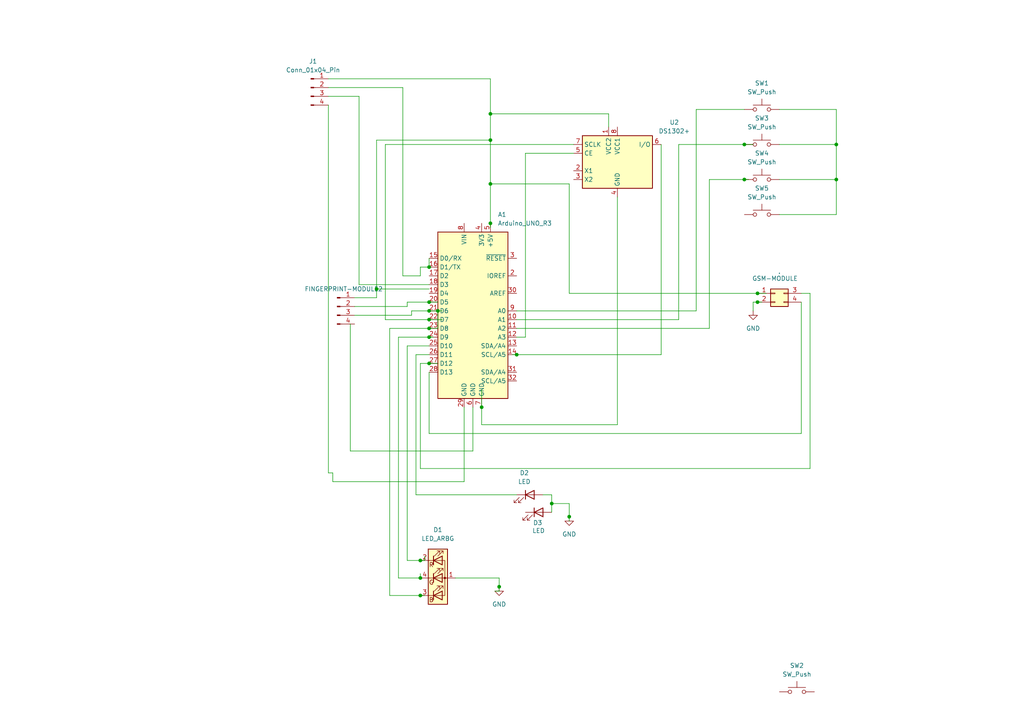
<source format=kicad_sch>
(kicad_sch
	(version 20250114)
	(generator "eeschema")
	(generator_version "9.0")
	(uuid "bd3e1172-9fab-4195-99b9-48f869c4b288")
	(paper "A4")
	(lib_symbols
		(symbol "Connector:Conn_01x04_Pin"
			(pin_names
				(offset 1.016)
				(hide yes)
			)
			(exclude_from_sim no)
			(in_bom yes)
			(on_board yes)
			(property "Reference" "J"
				(at 0 5.08 0)
				(effects
					(font
						(size 1.27 1.27)
					)
				)
			)
			(property "Value" "Conn_01x04_Pin"
				(at 0 -7.62 0)
				(effects
					(font
						(size 1.27 1.27)
					)
				)
			)
			(property "Footprint" ""
				(at 0 0 0)
				(effects
					(font
						(size 1.27 1.27)
					)
					(hide yes)
				)
			)
			(property "Datasheet" "~"
				(at 0 0 0)
				(effects
					(font
						(size 1.27 1.27)
					)
					(hide yes)
				)
			)
			(property "Description" "Generic connector, single row, 01x04, script generated"
				(at 0 0 0)
				(effects
					(font
						(size 1.27 1.27)
					)
					(hide yes)
				)
			)
			(property "ki_locked" ""
				(at 0 0 0)
				(effects
					(font
						(size 1.27 1.27)
					)
				)
			)
			(property "ki_keywords" "connector"
				(at 0 0 0)
				(effects
					(font
						(size 1.27 1.27)
					)
					(hide yes)
				)
			)
			(property "ki_fp_filters" "Connector*:*_1x??_*"
				(at 0 0 0)
				(effects
					(font
						(size 1.27 1.27)
					)
					(hide yes)
				)
			)
			(symbol "Conn_01x04_Pin_1_1"
				(rectangle
					(start 0.8636 2.667)
					(end 0 2.413)
					(stroke
						(width 0.1524)
						(type default)
					)
					(fill
						(type outline)
					)
				)
				(rectangle
					(start 0.8636 0.127)
					(end 0 -0.127)
					(stroke
						(width 0.1524)
						(type default)
					)
					(fill
						(type outline)
					)
				)
				(rectangle
					(start 0.8636 -2.413)
					(end 0 -2.667)
					(stroke
						(width 0.1524)
						(type default)
					)
					(fill
						(type outline)
					)
				)
				(rectangle
					(start 0.8636 -4.953)
					(end 0 -5.207)
					(stroke
						(width 0.1524)
						(type default)
					)
					(fill
						(type outline)
					)
				)
				(polyline
					(pts
						(xy 1.27 2.54) (xy 0.8636 2.54)
					)
					(stroke
						(width 0.1524)
						(type default)
					)
					(fill
						(type none)
					)
				)
				(polyline
					(pts
						(xy 1.27 0) (xy 0.8636 0)
					)
					(stroke
						(width 0.1524)
						(type default)
					)
					(fill
						(type none)
					)
				)
				(polyline
					(pts
						(xy 1.27 -2.54) (xy 0.8636 -2.54)
					)
					(stroke
						(width 0.1524)
						(type default)
					)
					(fill
						(type none)
					)
				)
				(polyline
					(pts
						(xy 1.27 -5.08) (xy 0.8636 -5.08)
					)
					(stroke
						(width 0.1524)
						(type default)
					)
					(fill
						(type none)
					)
				)
				(pin passive line
					(at 5.08 2.54 180)
					(length 3.81)
					(name "Pin_1"
						(effects
							(font
								(size 1.27 1.27)
							)
						)
					)
					(number "1"
						(effects
							(font
								(size 1.27 1.27)
							)
						)
					)
				)
				(pin passive line
					(at 5.08 0 180)
					(length 3.81)
					(name "Pin_2"
						(effects
							(font
								(size 1.27 1.27)
							)
						)
					)
					(number "2"
						(effects
							(font
								(size 1.27 1.27)
							)
						)
					)
				)
				(pin passive line
					(at 5.08 -2.54 180)
					(length 3.81)
					(name "Pin_3"
						(effects
							(font
								(size 1.27 1.27)
							)
						)
					)
					(number "3"
						(effects
							(font
								(size 1.27 1.27)
							)
						)
					)
				)
				(pin passive line
					(at 5.08 -5.08 180)
					(length 3.81)
					(name "Pin_4"
						(effects
							(font
								(size 1.27 1.27)
							)
						)
					)
					(number "4"
						(effects
							(font
								(size 1.27 1.27)
							)
						)
					)
				)
			)
			(embedded_fonts no)
		)
		(symbol "Connector_Generic:Conn_02x02_Top_Bottom"
			(pin_names
				(offset 1.016)
				(hide yes)
			)
			(exclude_from_sim no)
			(in_bom yes)
			(on_board yes)
			(property "Reference" "J"
				(at 1.27 2.54 0)
				(effects
					(font
						(size 1.27 1.27)
					)
				)
			)
			(property "Value" "Conn_02x02_Top_Bottom"
				(at 1.27 -5.08 0)
				(effects
					(font
						(size 1.27 1.27)
					)
				)
			)
			(property "Footprint" ""
				(at 0 0 0)
				(effects
					(font
						(size 1.27 1.27)
					)
					(hide yes)
				)
			)
			(property "Datasheet" "~"
				(at 0 0 0)
				(effects
					(font
						(size 1.27 1.27)
					)
					(hide yes)
				)
			)
			(property "Description" "Generic connector, double row, 02x02, top/bottom pin numbering scheme (row 1: 1...pins_per_row, row2: pins_per_row+1 ... num_pins), script generated (kicad-library-utils/schlib/autogen/connector/)"
				(at 0 0 0)
				(effects
					(font
						(size 1.27 1.27)
					)
					(hide yes)
				)
			)
			(property "ki_keywords" "connector"
				(at 0 0 0)
				(effects
					(font
						(size 1.27 1.27)
					)
					(hide yes)
				)
			)
			(property "ki_fp_filters" "Connector*:*_2x??_*"
				(at 0 0 0)
				(effects
					(font
						(size 1.27 1.27)
					)
					(hide yes)
				)
			)
			(symbol "Conn_02x02_Top_Bottom_1_1"
				(rectangle
					(start -1.27 1.27)
					(end 3.81 -3.81)
					(stroke
						(width 0.254)
						(type default)
					)
					(fill
						(type background)
					)
				)
				(rectangle
					(start -1.27 0.127)
					(end 0 -0.127)
					(stroke
						(width 0.1524)
						(type default)
					)
					(fill
						(type none)
					)
				)
				(rectangle
					(start -1.27 -2.413)
					(end 0 -2.667)
					(stroke
						(width 0.1524)
						(type default)
					)
					(fill
						(type none)
					)
				)
				(rectangle
					(start 3.81 0.127)
					(end 2.54 -0.127)
					(stroke
						(width 0.1524)
						(type default)
					)
					(fill
						(type none)
					)
				)
				(rectangle
					(start 3.81 -2.413)
					(end 2.54 -2.667)
					(stroke
						(width 0.1524)
						(type default)
					)
					(fill
						(type none)
					)
				)
				(pin passive line
					(at -5.08 0 0)
					(length 3.81)
					(name "Pin_1"
						(effects
							(font
								(size 1.27 1.27)
							)
						)
					)
					(number "1"
						(effects
							(font
								(size 1.27 1.27)
							)
						)
					)
				)
				(pin passive line
					(at -5.08 -2.54 0)
					(length 3.81)
					(name "Pin_2"
						(effects
							(font
								(size 1.27 1.27)
							)
						)
					)
					(number "2"
						(effects
							(font
								(size 1.27 1.27)
							)
						)
					)
				)
				(pin passive line
					(at 7.62 0 180)
					(length 3.81)
					(name "Pin_3"
						(effects
							(font
								(size 1.27 1.27)
							)
						)
					)
					(number "3"
						(effects
							(font
								(size 1.27 1.27)
							)
						)
					)
				)
				(pin passive line
					(at 7.62 -2.54 180)
					(length 3.81)
					(name "Pin_4"
						(effects
							(font
								(size 1.27 1.27)
							)
						)
					)
					(number "4"
						(effects
							(font
								(size 1.27 1.27)
							)
						)
					)
				)
			)
			(embedded_fonts no)
		)
		(symbol "Device:LED"
			(pin_numbers
				(hide yes)
			)
			(pin_names
				(offset 1.016)
				(hide yes)
			)
			(exclude_from_sim no)
			(in_bom yes)
			(on_board yes)
			(property "Reference" "D"
				(at 0 2.54 0)
				(effects
					(font
						(size 1.27 1.27)
					)
				)
			)
			(property "Value" "LED"
				(at 0 -2.54 0)
				(effects
					(font
						(size 1.27 1.27)
					)
				)
			)
			(property "Footprint" ""
				(at 0 0 0)
				(effects
					(font
						(size 1.27 1.27)
					)
					(hide yes)
				)
			)
			(property "Datasheet" "~"
				(at 0 0 0)
				(effects
					(font
						(size 1.27 1.27)
					)
					(hide yes)
				)
			)
			(property "Description" "Light emitting diode"
				(at 0 0 0)
				(effects
					(font
						(size 1.27 1.27)
					)
					(hide yes)
				)
			)
			(property "Sim.Pins" "1=K 2=A"
				(at 0 0 0)
				(effects
					(font
						(size 1.27 1.27)
					)
					(hide yes)
				)
			)
			(property "ki_keywords" "LED diode"
				(at 0 0 0)
				(effects
					(font
						(size 1.27 1.27)
					)
					(hide yes)
				)
			)
			(property "ki_fp_filters" "LED* LED_SMD:* LED_THT:*"
				(at 0 0 0)
				(effects
					(font
						(size 1.27 1.27)
					)
					(hide yes)
				)
			)
			(symbol "LED_0_1"
				(polyline
					(pts
						(xy -3.048 -0.762) (xy -4.572 -2.286) (xy -3.81 -2.286) (xy -4.572 -2.286) (xy -4.572 -1.524)
					)
					(stroke
						(width 0)
						(type default)
					)
					(fill
						(type none)
					)
				)
				(polyline
					(pts
						(xy -1.778 -0.762) (xy -3.302 -2.286) (xy -2.54 -2.286) (xy -3.302 -2.286) (xy -3.302 -1.524)
					)
					(stroke
						(width 0)
						(type default)
					)
					(fill
						(type none)
					)
				)
				(polyline
					(pts
						(xy -1.27 0) (xy 1.27 0)
					)
					(stroke
						(width 0)
						(type default)
					)
					(fill
						(type none)
					)
				)
				(polyline
					(pts
						(xy -1.27 -1.27) (xy -1.27 1.27)
					)
					(stroke
						(width 0.254)
						(type default)
					)
					(fill
						(type none)
					)
				)
				(polyline
					(pts
						(xy 1.27 -1.27) (xy 1.27 1.27) (xy -1.27 0) (xy 1.27 -1.27)
					)
					(stroke
						(width 0.254)
						(type default)
					)
					(fill
						(type none)
					)
				)
			)
			(symbol "LED_1_1"
				(pin passive line
					(at -3.81 0 0)
					(length 2.54)
					(name "K"
						(effects
							(font
								(size 1.27 1.27)
							)
						)
					)
					(number "1"
						(effects
							(font
								(size 1.27 1.27)
							)
						)
					)
				)
				(pin passive line
					(at 3.81 0 180)
					(length 2.54)
					(name "A"
						(effects
							(font
								(size 1.27 1.27)
							)
						)
					)
					(number "2"
						(effects
							(font
								(size 1.27 1.27)
							)
						)
					)
				)
			)
			(embedded_fonts no)
		)
		(symbol "Device:LED_ARBG"
			(pin_names
				(offset 0)
				(hide yes)
			)
			(exclude_from_sim no)
			(in_bom yes)
			(on_board yes)
			(property "Reference" "D"
				(at 0 9.398 0)
				(effects
					(font
						(size 1.27 1.27)
					)
				)
			)
			(property "Value" "LED_ARBG"
				(at 0 -8.89 0)
				(effects
					(font
						(size 1.27 1.27)
					)
				)
			)
			(property "Footprint" ""
				(at 0 -1.27 0)
				(effects
					(font
						(size 1.27 1.27)
					)
					(hide yes)
				)
			)
			(property "Datasheet" "~"
				(at 0 -1.27 0)
				(effects
					(font
						(size 1.27 1.27)
					)
					(hide yes)
				)
			)
			(property "Description" "RGB LED, anode/red/blue/green"
				(at 0 0 0)
				(effects
					(font
						(size 1.27 1.27)
					)
					(hide yes)
				)
			)
			(property "ki_keywords" "LED RGB diode"
				(at 0 0 0)
				(effects
					(font
						(size 1.27 1.27)
					)
					(hide yes)
				)
			)
			(property "ki_fp_filters" "LED* LED_SMD:* LED_THT:*"
				(at 0 0 0)
				(effects
					(font
						(size 1.27 1.27)
					)
					(hide yes)
				)
			)
			(symbol "LED_ARBG_0_0"
				(text "R"
					(at -1.905 3.81 0)
					(effects
						(font
							(size 1.27 1.27)
						)
					)
				)
				(text "G"
					(at -1.905 -1.27 0)
					(effects
						(font
							(size 1.27 1.27)
						)
					)
				)
				(text "B"
					(at -1.905 -6.35 0)
					(effects
						(font
							(size 1.27 1.27)
						)
					)
				)
			)
			(symbol "LED_ARBG_0_1"
				(polyline
					(pts
						(xy -1.27 6.35) (xy -1.27 3.81)
					)
					(stroke
						(width 0.254)
						(type default)
					)
					(fill
						(type none)
					)
				)
				(polyline
					(pts
						(xy -1.27 6.35) (xy -1.27 3.81) (xy -1.27 3.81)
					)
					(stroke
						(width 0)
						(type default)
					)
					(fill
						(type none)
					)
				)
				(polyline
					(pts
						(xy -1.27 5.08) (xy -2.54 5.08)
					)
					(stroke
						(width 0)
						(type default)
					)
					(fill
						(type none)
					)
				)
				(polyline
					(pts
						(xy -1.27 5.08) (xy 1.27 5.08)
					)
					(stroke
						(width 0)
						(type default)
					)
					(fill
						(type none)
					)
				)
				(polyline
					(pts
						(xy -1.27 1.27) (xy -1.27 -1.27)
					)
					(stroke
						(width 0.254)
						(type default)
					)
					(fill
						(type none)
					)
				)
				(polyline
					(pts
						(xy -1.27 1.27) (xy -1.27 -1.27) (xy -1.27 -1.27)
					)
					(stroke
						(width 0)
						(type default)
					)
					(fill
						(type none)
					)
				)
				(polyline
					(pts
						(xy -1.27 0) (xy -2.54 0)
					)
					(stroke
						(width 0)
						(type default)
					)
					(fill
						(type none)
					)
				)
				(polyline
					(pts
						(xy -1.27 -3.81) (xy -1.27 -6.35)
					)
					(stroke
						(width 0.254)
						(type default)
					)
					(fill
						(type none)
					)
				)
				(polyline
					(pts
						(xy -1.27 -5.08) (xy -2.54 -5.08)
					)
					(stroke
						(width 0)
						(type default)
					)
					(fill
						(type none)
					)
				)
				(polyline
					(pts
						(xy -1.27 -5.08) (xy 1.27 -5.08)
					)
					(stroke
						(width 0)
						(type default)
					)
					(fill
						(type none)
					)
				)
				(polyline
					(pts
						(xy -1.016 6.35) (xy 0.508 7.874) (xy -0.254 7.874) (xy 0.508 7.874) (xy 0.508 7.112)
					)
					(stroke
						(width 0)
						(type default)
					)
					(fill
						(type none)
					)
				)
				(polyline
					(pts
						(xy -1.016 1.27) (xy 0.508 2.794) (xy -0.254 2.794) (xy 0.508 2.794) (xy 0.508 2.032)
					)
					(stroke
						(width 0)
						(type default)
					)
					(fill
						(type none)
					)
				)
				(polyline
					(pts
						(xy -1.016 -3.81) (xy 0.508 -2.286) (xy -0.254 -2.286) (xy 0.508 -2.286) (xy 0.508 -3.048)
					)
					(stroke
						(width 0)
						(type default)
					)
					(fill
						(type none)
					)
				)
				(polyline
					(pts
						(xy 0 6.35) (xy 1.524 7.874) (xy 0.762 7.874) (xy 1.524 7.874) (xy 1.524 7.112)
					)
					(stroke
						(width 0)
						(type default)
					)
					(fill
						(type none)
					)
				)
				(polyline
					(pts
						(xy 0 1.27) (xy 1.524 2.794) (xy 0.762 2.794) (xy 1.524 2.794) (xy 1.524 2.032)
					)
					(stroke
						(width 0)
						(type default)
					)
					(fill
						(type none)
					)
				)
				(polyline
					(pts
						(xy 0 -3.81) (xy 1.524 -2.286) (xy 0.762 -2.286) (xy 1.524 -2.286) (xy 1.524 -3.048)
					)
					(stroke
						(width 0)
						(type default)
					)
					(fill
						(type none)
					)
				)
				(polyline
					(pts
						(xy 1.27 6.35) (xy 1.27 3.81) (xy -1.27 5.08) (xy 1.27 6.35)
					)
					(stroke
						(width 0.254)
						(type default)
					)
					(fill
						(type none)
					)
				)
				(rectangle
					(start 1.27 6.35)
					(end 1.27 6.35)
					(stroke
						(width 0)
						(type default)
					)
					(fill
						(type none)
					)
				)
				(rectangle
					(start 1.27 3.81)
					(end 1.27 6.35)
					(stroke
						(width 0)
						(type default)
					)
					(fill
						(type none)
					)
				)
				(polyline
					(pts
						(xy 1.27 1.27) (xy 1.27 -1.27) (xy -1.27 0) (xy 1.27 1.27)
					)
					(stroke
						(width 0.254)
						(type default)
					)
					(fill
						(type none)
					)
				)
				(rectangle
					(start 1.27 1.27)
					(end 1.27 1.27)
					(stroke
						(width 0)
						(type default)
					)
					(fill
						(type none)
					)
				)
				(polyline
					(pts
						(xy 1.27 0) (xy -1.27 0)
					)
					(stroke
						(width 0)
						(type default)
					)
					(fill
						(type none)
					)
				)
				(polyline
					(pts
						(xy 1.27 0) (xy 2.54 0)
					)
					(stroke
						(width 0)
						(type default)
					)
					(fill
						(type none)
					)
				)
				(rectangle
					(start 1.27 -1.27)
					(end 1.27 1.27)
					(stroke
						(width 0)
						(type default)
					)
					(fill
						(type none)
					)
				)
				(polyline
					(pts
						(xy 1.27 -3.81) (xy 1.27 -6.35) (xy -1.27 -5.08) (xy 1.27 -3.81)
					)
					(stroke
						(width 0.254)
						(type default)
					)
					(fill
						(type none)
					)
				)
				(polyline
					(pts
						(xy 1.27 -5.08) (xy 2.032 -5.08) (xy 2.032 5.08) (xy 1.27 5.08)
					)
					(stroke
						(width 0)
						(type default)
					)
					(fill
						(type none)
					)
				)
				(circle
					(center 2.032 0)
					(radius 0.254)
					(stroke
						(width 0)
						(type default)
					)
					(fill
						(type outline)
					)
				)
				(rectangle
					(start 2.794 8.382)
					(end -2.794 -7.62)
					(stroke
						(width 0.254)
						(type default)
					)
					(fill
						(type background)
					)
				)
			)
			(symbol "LED_ARBG_1_1"
				(pin passive line
					(at -5.08 5.08 0)
					(length 2.54)
					(name "RK"
						(effects
							(font
								(size 1.27 1.27)
							)
						)
					)
					(number "2"
						(effects
							(font
								(size 1.27 1.27)
							)
						)
					)
				)
				(pin passive line
					(at -5.08 0 0)
					(length 2.54)
					(name "GK"
						(effects
							(font
								(size 1.27 1.27)
							)
						)
					)
					(number "4"
						(effects
							(font
								(size 1.27 1.27)
							)
						)
					)
				)
				(pin passive line
					(at -5.08 -5.08 0)
					(length 2.54)
					(name "BK"
						(effects
							(font
								(size 1.27 1.27)
							)
						)
					)
					(number "3"
						(effects
							(font
								(size 1.27 1.27)
							)
						)
					)
				)
				(pin passive line
					(at 5.08 0 180)
					(length 2.54)
					(name "A"
						(effects
							(font
								(size 1.27 1.27)
							)
						)
					)
					(number "1"
						(effects
							(font
								(size 1.27 1.27)
							)
						)
					)
				)
			)
			(embedded_fonts no)
		)
		(symbol "MCU_Module:Arduino_UNO_R3"
			(exclude_from_sim no)
			(in_bom yes)
			(on_board yes)
			(property "Reference" "A"
				(at -10.16 23.495 0)
				(effects
					(font
						(size 1.27 1.27)
					)
					(justify left bottom)
				)
			)
			(property "Value" "Arduino_UNO_R3"
				(at 5.08 -26.67 0)
				(effects
					(font
						(size 1.27 1.27)
					)
					(justify left top)
				)
			)
			(property "Footprint" "Module:Arduino_UNO_R3"
				(at 0 0 0)
				(effects
					(font
						(size 1.27 1.27)
						(italic yes)
					)
					(hide yes)
				)
			)
			(property "Datasheet" "https://www.arduino.cc/en/Main/arduinoBoardUno"
				(at 0 0 0)
				(effects
					(font
						(size 1.27 1.27)
					)
					(hide yes)
				)
			)
			(property "Description" "Arduino UNO Microcontroller Module, release 3"
				(at 0 0 0)
				(effects
					(font
						(size 1.27 1.27)
					)
					(hide yes)
				)
			)
			(property "ki_keywords" "Arduino UNO R3 Microcontroller Module Atmel AVR USB"
				(at 0 0 0)
				(effects
					(font
						(size 1.27 1.27)
					)
					(hide yes)
				)
			)
			(property "ki_fp_filters" "Arduino*UNO*R3*"
				(at 0 0 0)
				(effects
					(font
						(size 1.27 1.27)
					)
					(hide yes)
				)
			)
			(symbol "Arduino_UNO_R3_0_1"
				(rectangle
					(start -10.16 22.86)
					(end 10.16 -25.4)
					(stroke
						(width 0.254)
						(type default)
					)
					(fill
						(type background)
					)
				)
			)
			(symbol "Arduino_UNO_R3_1_1"
				(pin bidirectional line
					(at -12.7 15.24 0)
					(length 2.54)
					(name "D0/RX"
						(effects
							(font
								(size 1.27 1.27)
							)
						)
					)
					(number "15"
						(effects
							(font
								(size 1.27 1.27)
							)
						)
					)
				)
				(pin bidirectional line
					(at -12.7 12.7 0)
					(length 2.54)
					(name "D1/TX"
						(effects
							(font
								(size 1.27 1.27)
							)
						)
					)
					(number "16"
						(effects
							(font
								(size 1.27 1.27)
							)
						)
					)
				)
				(pin bidirectional line
					(at -12.7 10.16 0)
					(length 2.54)
					(name "D2"
						(effects
							(font
								(size 1.27 1.27)
							)
						)
					)
					(number "17"
						(effects
							(font
								(size 1.27 1.27)
							)
						)
					)
				)
				(pin bidirectional line
					(at -12.7 7.62 0)
					(length 2.54)
					(name "D3"
						(effects
							(font
								(size 1.27 1.27)
							)
						)
					)
					(number "18"
						(effects
							(font
								(size 1.27 1.27)
							)
						)
					)
				)
				(pin bidirectional line
					(at -12.7 5.08 0)
					(length 2.54)
					(name "D4"
						(effects
							(font
								(size 1.27 1.27)
							)
						)
					)
					(number "19"
						(effects
							(font
								(size 1.27 1.27)
							)
						)
					)
				)
				(pin bidirectional line
					(at -12.7 2.54 0)
					(length 2.54)
					(name "D5"
						(effects
							(font
								(size 1.27 1.27)
							)
						)
					)
					(number "20"
						(effects
							(font
								(size 1.27 1.27)
							)
						)
					)
				)
				(pin bidirectional line
					(at -12.7 0 0)
					(length 2.54)
					(name "D6"
						(effects
							(font
								(size 1.27 1.27)
							)
						)
					)
					(number "21"
						(effects
							(font
								(size 1.27 1.27)
							)
						)
					)
				)
				(pin bidirectional line
					(at -12.7 -2.54 0)
					(length 2.54)
					(name "D7"
						(effects
							(font
								(size 1.27 1.27)
							)
						)
					)
					(number "22"
						(effects
							(font
								(size 1.27 1.27)
							)
						)
					)
				)
				(pin bidirectional line
					(at -12.7 -5.08 0)
					(length 2.54)
					(name "D8"
						(effects
							(font
								(size 1.27 1.27)
							)
						)
					)
					(number "23"
						(effects
							(font
								(size 1.27 1.27)
							)
						)
					)
				)
				(pin bidirectional line
					(at -12.7 -7.62 0)
					(length 2.54)
					(name "D9"
						(effects
							(font
								(size 1.27 1.27)
							)
						)
					)
					(number "24"
						(effects
							(font
								(size 1.27 1.27)
							)
						)
					)
				)
				(pin bidirectional line
					(at -12.7 -10.16 0)
					(length 2.54)
					(name "D10"
						(effects
							(font
								(size 1.27 1.27)
							)
						)
					)
					(number "25"
						(effects
							(font
								(size 1.27 1.27)
							)
						)
					)
				)
				(pin bidirectional line
					(at -12.7 -12.7 0)
					(length 2.54)
					(name "D11"
						(effects
							(font
								(size 1.27 1.27)
							)
						)
					)
					(number "26"
						(effects
							(font
								(size 1.27 1.27)
							)
						)
					)
				)
				(pin bidirectional line
					(at -12.7 -15.24 0)
					(length 2.54)
					(name "D12"
						(effects
							(font
								(size 1.27 1.27)
							)
						)
					)
					(number "27"
						(effects
							(font
								(size 1.27 1.27)
							)
						)
					)
				)
				(pin bidirectional line
					(at -12.7 -17.78 0)
					(length 2.54)
					(name "D13"
						(effects
							(font
								(size 1.27 1.27)
							)
						)
					)
					(number "28"
						(effects
							(font
								(size 1.27 1.27)
							)
						)
					)
				)
				(pin no_connect line
					(at -10.16 -20.32 0)
					(length 2.54)
					(hide yes)
					(name "NC"
						(effects
							(font
								(size 1.27 1.27)
							)
						)
					)
					(number "1"
						(effects
							(font
								(size 1.27 1.27)
							)
						)
					)
				)
				(pin power_in line
					(at -2.54 25.4 270)
					(length 2.54)
					(name "VIN"
						(effects
							(font
								(size 1.27 1.27)
							)
						)
					)
					(number "8"
						(effects
							(font
								(size 1.27 1.27)
							)
						)
					)
				)
				(pin power_in line
					(at -2.54 -27.94 90)
					(length 2.54)
					(name "GND"
						(effects
							(font
								(size 1.27 1.27)
							)
						)
					)
					(number "29"
						(effects
							(font
								(size 1.27 1.27)
							)
						)
					)
				)
				(pin power_in line
					(at 0 -27.94 90)
					(length 2.54)
					(name "GND"
						(effects
							(font
								(size 1.27 1.27)
							)
						)
					)
					(number "6"
						(effects
							(font
								(size 1.27 1.27)
							)
						)
					)
				)
				(pin power_out line
					(at 2.54 25.4 270)
					(length 2.54)
					(name "3V3"
						(effects
							(font
								(size 1.27 1.27)
							)
						)
					)
					(number "4"
						(effects
							(font
								(size 1.27 1.27)
							)
						)
					)
				)
				(pin power_in line
					(at 2.54 -27.94 90)
					(length 2.54)
					(name "GND"
						(effects
							(font
								(size 1.27 1.27)
							)
						)
					)
					(number "7"
						(effects
							(font
								(size 1.27 1.27)
							)
						)
					)
				)
				(pin power_out line
					(at 5.08 25.4 270)
					(length 2.54)
					(name "+5V"
						(effects
							(font
								(size 1.27 1.27)
							)
						)
					)
					(number "5"
						(effects
							(font
								(size 1.27 1.27)
							)
						)
					)
				)
				(pin input line
					(at 12.7 15.24 180)
					(length 2.54)
					(name "~{RESET}"
						(effects
							(font
								(size 1.27 1.27)
							)
						)
					)
					(number "3"
						(effects
							(font
								(size 1.27 1.27)
							)
						)
					)
				)
				(pin output line
					(at 12.7 10.16 180)
					(length 2.54)
					(name "IOREF"
						(effects
							(font
								(size 1.27 1.27)
							)
						)
					)
					(number "2"
						(effects
							(font
								(size 1.27 1.27)
							)
						)
					)
				)
				(pin input line
					(at 12.7 5.08 180)
					(length 2.54)
					(name "AREF"
						(effects
							(font
								(size 1.27 1.27)
							)
						)
					)
					(number "30"
						(effects
							(font
								(size 1.27 1.27)
							)
						)
					)
				)
				(pin bidirectional line
					(at 12.7 0 180)
					(length 2.54)
					(name "A0"
						(effects
							(font
								(size 1.27 1.27)
							)
						)
					)
					(number "9"
						(effects
							(font
								(size 1.27 1.27)
							)
						)
					)
				)
				(pin bidirectional line
					(at 12.7 -2.54 180)
					(length 2.54)
					(name "A1"
						(effects
							(font
								(size 1.27 1.27)
							)
						)
					)
					(number "10"
						(effects
							(font
								(size 1.27 1.27)
							)
						)
					)
				)
				(pin bidirectional line
					(at 12.7 -5.08 180)
					(length 2.54)
					(name "A2"
						(effects
							(font
								(size 1.27 1.27)
							)
						)
					)
					(number "11"
						(effects
							(font
								(size 1.27 1.27)
							)
						)
					)
				)
				(pin bidirectional line
					(at 12.7 -7.62 180)
					(length 2.54)
					(name "A3"
						(effects
							(font
								(size 1.27 1.27)
							)
						)
					)
					(number "12"
						(effects
							(font
								(size 1.27 1.27)
							)
						)
					)
				)
				(pin bidirectional line
					(at 12.7 -10.16 180)
					(length 2.54)
					(name "SDA/A4"
						(effects
							(font
								(size 1.27 1.27)
							)
						)
					)
					(number "13"
						(effects
							(font
								(size 1.27 1.27)
							)
						)
					)
				)
				(pin bidirectional line
					(at 12.7 -12.7 180)
					(length 2.54)
					(name "SCL/A5"
						(effects
							(font
								(size 1.27 1.27)
							)
						)
					)
					(number "14"
						(effects
							(font
								(size 1.27 1.27)
							)
						)
					)
				)
				(pin bidirectional line
					(at 12.7 -17.78 180)
					(length 2.54)
					(name "SDA/A4"
						(effects
							(font
								(size 1.27 1.27)
							)
						)
					)
					(number "31"
						(effects
							(font
								(size 1.27 1.27)
							)
						)
					)
				)
				(pin bidirectional line
					(at 12.7 -20.32 180)
					(length 2.54)
					(name "SCL/A5"
						(effects
							(font
								(size 1.27 1.27)
							)
						)
					)
					(number "32"
						(effects
							(font
								(size 1.27 1.27)
							)
						)
					)
				)
			)
			(embedded_fonts no)
		)
		(symbol "Switch:SW_Push"
			(pin_numbers
				(hide yes)
			)
			(pin_names
				(offset 1.016)
				(hide yes)
			)
			(exclude_from_sim no)
			(in_bom yes)
			(on_board yes)
			(property "Reference" "SW"
				(at 1.27 2.54 0)
				(effects
					(font
						(size 1.27 1.27)
					)
					(justify left)
				)
			)
			(property "Value" "SW_Push"
				(at 0 -1.524 0)
				(effects
					(font
						(size 1.27 1.27)
					)
				)
			)
			(property "Footprint" ""
				(at 0 5.08 0)
				(effects
					(font
						(size 1.27 1.27)
					)
					(hide yes)
				)
			)
			(property "Datasheet" "~"
				(at 0 5.08 0)
				(effects
					(font
						(size 1.27 1.27)
					)
					(hide yes)
				)
			)
			(property "Description" "Push button switch, generic, two pins"
				(at 0 0 0)
				(effects
					(font
						(size 1.27 1.27)
					)
					(hide yes)
				)
			)
			(property "ki_keywords" "switch normally-open pushbutton push-button"
				(at 0 0 0)
				(effects
					(font
						(size 1.27 1.27)
					)
					(hide yes)
				)
			)
			(symbol "SW_Push_0_1"
				(circle
					(center -2.032 0)
					(radius 0.508)
					(stroke
						(width 0)
						(type default)
					)
					(fill
						(type none)
					)
				)
				(polyline
					(pts
						(xy 0 1.27) (xy 0 3.048)
					)
					(stroke
						(width 0)
						(type default)
					)
					(fill
						(type none)
					)
				)
				(circle
					(center 2.032 0)
					(radius 0.508)
					(stroke
						(width 0)
						(type default)
					)
					(fill
						(type none)
					)
				)
				(polyline
					(pts
						(xy 2.54 1.27) (xy -2.54 1.27)
					)
					(stroke
						(width 0)
						(type default)
					)
					(fill
						(type none)
					)
				)
				(pin passive line
					(at -5.08 0 0)
					(length 2.54)
					(name "1"
						(effects
							(font
								(size 1.27 1.27)
							)
						)
					)
					(number "1"
						(effects
							(font
								(size 1.27 1.27)
							)
						)
					)
				)
				(pin passive line
					(at 5.08 0 180)
					(length 2.54)
					(name "2"
						(effects
							(font
								(size 1.27 1.27)
							)
						)
					)
					(number "2"
						(effects
							(font
								(size 1.27 1.27)
							)
						)
					)
				)
			)
			(embedded_fonts no)
		)
		(symbol "Timer_RTC:DS1302+"
			(exclude_from_sim no)
			(in_bom yes)
			(on_board yes)
			(property "Reference" "U"
				(at -8.89 8.89 0)
				(effects
					(font
						(size 1.27 1.27)
					)
				)
			)
			(property "Value" "DS1302+"
				(at 6.35 8.89 0)
				(effects
					(font
						(size 1.27 1.27)
					)
				)
			)
			(property "Footprint" "Package_DIP:DIP-8_W7.62mm"
				(at 0 -12.7 0)
				(effects
					(font
						(size 1.27 1.27)
					)
					(hide yes)
				)
			)
			(property "Datasheet" "https://datasheets.maximintegrated.com/en/ds/DS1302.pdf"
				(at 0 -5.08 0)
				(effects
					(font
						(size 1.27 1.27)
					)
					(hide yes)
				)
			)
			(property "Description" "Trickle-Charge Timekeeping Chip, 2.0V to 5.5V VCC, 0°C to +70°C, DIP-8"
				(at 0 0 0)
				(effects
					(font
						(size 1.27 1.27)
					)
					(hide yes)
				)
			)
			(property "ki_keywords" "RTC Trickle-Charge Timekeeping Chip"
				(at 0 0 0)
				(effects
					(font
						(size 1.27 1.27)
					)
					(hide yes)
				)
			)
			(property "ki_fp_filters" "DIP*W7.62mm*"
				(at 0 0 0)
				(effects
					(font
						(size 1.27 1.27)
					)
					(hide yes)
				)
			)
			(symbol "DS1302+_1_1"
				(rectangle
					(start -10.16 7.62)
					(end 10.16 -7.62)
					(stroke
						(width 0.254)
						(type default)
					)
					(fill
						(type background)
					)
				)
				(pin input line
					(at -12.7 5.08 0)
					(length 2.54)
					(name "SCLK"
						(effects
							(font
								(size 1.27 1.27)
							)
						)
					)
					(number "7"
						(effects
							(font
								(size 1.27 1.27)
							)
						)
					)
				)
				(pin input line
					(at -12.7 2.54 0)
					(length 2.54)
					(name "CE"
						(effects
							(font
								(size 1.27 1.27)
							)
						)
					)
					(number "5"
						(effects
							(font
								(size 1.27 1.27)
							)
						)
					)
				)
				(pin input line
					(at -12.7 -2.54 0)
					(length 2.54)
					(name "X1"
						(effects
							(font
								(size 1.27 1.27)
							)
						)
					)
					(number "2"
						(effects
							(font
								(size 1.27 1.27)
							)
						)
					)
				)
				(pin input line
					(at -12.7 -5.08 0)
					(length 2.54)
					(name "X2"
						(effects
							(font
								(size 1.27 1.27)
							)
						)
					)
					(number "3"
						(effects
							(font
								(size 1.27 1.27)
							)
						)
					)
				)
				(pin power_in line
					(at -2.54 10.16 270)
					(length 2.54)
					(name "VCC2"
						(effects
							(font
								(size 1.27 1.27)
							)
						)
					)
					(number "1"
						(effects
							(font
								(size 1.27 1.27)
							)
						)
					)
				)
				(pin power_in line
					(at 0 10.16 270)
					(length 2.54)
					(name "VCC1"
						(effects
							(font
								(size 1.27 1.27)
							)
						)
					)
					(number "8"
						(effects
							(font
								(size 1.27 1.27)
							)
						)
					)
				)
				(pin power_in line
					(at 0 -10.16 90)
					(length 2.54)
					(name "GND"
						(effects
							(font
								(size 1.27 1.27)
							)
						)
					)
					(number "4"
						(effects
							(font
								(size 1.27 1.27)
							)
						)
					)
				)
				(pin bidirectional line
					(at 12.7 5.08 180)
					(length 2.54)
					(name "I/O"
						(effects
							(font
								(size 1.27 1.27)
							)
						)
					)
					(number "6"
						(effects
							(font
								(size 1.27 1.27)
							)
						)
					)
				)
			)
			(embedded_fonts no)
		)
		(symbol "power:GND"
			(power)
			(pin_numbers
				(hide yes)
			)
			(pin_names
				(offset 0)
				(hide yes)
			)
			(exclude_from_sim no)
			(in_bom yes)
			(on_board yes)
			(property "Reference" "#PWR"
				(at 0 -6.35 0)
				(effects
					(font
						(size 1.27 1.27)
					)
					(hide yes)
				)
			)
			(property "Value" "GND"
				(at 0 -3.81 0)
				(effects
					(font
						(size 1.27 1.27)
					)
				)
			)
			(property "Footprint" ""
				(at 0 0 0)
				(effects
					(font
						(size 1.27 1.27)
					)
					(hide yes)
				)
			)
			(property "Datasheet" ""
				(at 0 0 0)
				(effects
					(font
						(size 1.27 1.27)
					)
					(hide yes)
				)
			)
			(property "Description" "Power symbol creates a global label with name \"GND\" , ground"
				(at 0 0 0)
				(effects
					(font
						(size 1.27 1.27)
					)
					(hide yes)
				)
			)
			(property "ki_keywords" "global power"
				(at 0 0 0)
				(effects
					(font
						(size 1.27 1.27)
					)
					(hide yes)
				)
			)
			(symbol "GND_0_1"
				(polyline
					(pts
						(xy 0 0) (xy 0 -1.27) (xy 1.27 -1.27) (xy 0 -2.54) (xy -1.27 -1.27) (xy 0 -1.27)
					)
					(stroke
						(width 0)
						(type default)
					)
					(fill
						(type none)
					)
				)
			)
			(symbol "GND_1_1"
				(pin power_in line
					(at 0 0 270)
					(length 0)
					(name "~"
						(effects
							(font
								(size 1.27 1.27)
							)
						)
					)
					(number "1"
						(effects
							(font
								(size 1.27 1.27)
							)
						)
					)
				)
			)
			(embedded_fonts no)
		)
	)
	(junction
		(at 109.22 83.82)
		(diameter 0)
		(color 0 0 0 0)
		(uuid "071eb265-9dcb-4896-96f1-05cfebfc5540")
	)
	(junction
		(at 121.92 162.56)
		(diameter 0)
		(color 0 0 0 0)
		(uuid "1d387818-fc9d-46a5-a446-5a266467d16e")
	)
	(junction
		(at 124.46 105.41)
		(diameter 0)
		(color 0 0 0 0)
		(uuid "20cebfdd-68ad-4270-8b1a-c8731bfc2953")
	)
	(junction
		(at 160.02 146.05)
		(diameter 0)
		(color 0 0 0 0)
		(uuid "27449b37-f4ac-4bdc-a68b-469f8eebc733")
	)
	(junction
		(at 121.92 167.64)
		(diameter 0)
		(color 0 0 0 0)
		(uuid "32ac99dd-e968-4a0b-b5c6-4d837d590bfc")
	)
	(junction
		(at 124.46 95.25)
		(diameter 0)
		(color 0 0 0 0)
		(uuid "36250aae-1f26-452e-9cd7-e7063094b57e")
	)
	(junction
		(at 142.24 53.34)
		(diameter 0)
		(color 0 0 0 0)
		(uuid "381aa426-2cd3-47ab-a059-1909cd88739b")
	)
	(junction
		(at 242.57 52.07)
		(diameter 0)
		(color 0 0 0 0)
		(uuid "45e40b61-e57e-46d2-b6d3-3a2fee01fea1")
	)
	(junction
		(at 124.46 97.79)
		(diameter 0)
		(color 0 0 0 0)
		(uuid "466d03b0-09a6-412e-be83-f9ce7b035a71")
	)
	(junction
		(at 142.24 64.77)
		(diameter 0)
		(color 0 0 0 0)
		(uuid "4efc0680-ae1e-4e05-a48a-efeca1bdb05f")
	)
	(junction
		(at 124.46 90.17)
		(diameter 0)
		(color 0 0 0 0)
		(uuid "5cf7c806-624f-482b-a39b-b9f4110f69f2")
	)
	(junction
		(at 165.1 149.86)
		(diameter 0)
		(color 0 0 0 0)
		(uuid "84e96b47-895a-4ed2-91c1-47e9a2eea5bb")
	)
	(junction
		(at 242.57 41.91)
		(diameter 0)
		(color 0 0 0 0)
		(uuid "88b986fe-9552-47c2-896d-03665dd55b3b")
	)
	(junction
		(at 124.46 77.47)
		(diameter 0)
		(color 0 0 0 0)
		(uuid "8abf4391-664e-43e4-b6f0-194caab2df42")
	)
	(junction
		(at 215.9 52.07)
		(diameter 0)
		(color 0 0 0 0)
		(uuid "8b0ec2d4-ea54-44d0-89eb-5991802d464b")
	)
	(junction
		(at 149.86 102.87)
		(diameter 0)
		(color 0 0 0 0)
		(uuid "92e0e4e2-987e-418f-8eec-5771d0c795dd")
	)
	(junction
		(at 219.71 85.09)
		(diameter 0)
		(color 0 0 0 0)
		(uuid "94b22249-a40e-4bea-9676-42a8ceafee04")
	)
	(junction
		(at 215.9 41.91)
		(diameter 0)
		(color 0 0 0 0)
		(uuid "9a0d4a21-2a65-4f5e-9732-d9f8de628c28")
	)
	(junction
		(at 142.24 33.02)
		(diameter 0)
		(color 0 0 0 0)
		(uuid "a88a333c-1aaa-4302-9770-49baaf7989ec")
	)
	(junction
		(at 142.24 40.64)
		(diameter 0)
		(color 0 0 0 0)
		(uuid "abb5133a-5b66-498f-8d33-3f0e4356f877")
	)
	(junction
		(at 139.7 118.11)
		(diameter 0)
		(color 0 0 0 0)
		(uuid "c26afeb9-54db-439a-bd54-d899fa92ca98")
	)
	(junction
		(at 124.46 87.63)
		(diameter 0)
		(color 0 0 0 0)
		(uuid "ca248d0e-a8f5-4c99-b8ee-0731eec084d4")
	)
	(junction
		(at 124.46 92.71)
		(diameter 0)
		(color 0 0 0 0)
		(uuid "cc5d7b74-c0dd-492b-81b1-f1e00ecdae8c")
	)
	(junction
		(at 219.71 87.63)
		(diameter 0)
		(color 0 0 0 0)
		(uuid "cc80109b-0af7-4dc8-ae46-bdf9690cc28e")
	)
	(junction
		(at 144.78 170.18)
		(diameter 0)
		(color 0 0 0 0)
		(uuid "ce48915f-57cf-4f87-b078-a9eacf4b8ea5")
	)
	(junction
		(at 127 90.17)
		(diameter 0)
		(color 0 0 0 0)
		(uuid "eae4c249-9634-4fc1-8fdb-aaf51f31f562")
	)
	(junction
		(at 121.92 172.72)
		(diameter 0)
		(color 0 0 0 0)
		(uuid "fe1dbda4-feb1-4d3d-9c13-bdb7ecbfd2d3")
	)
	(wire
		(pts
			(xy 149.86 97.79) (xy 152.4 97.79)
		)
		(stroke
			(width 0)
			(type default)
		)
		(uuid "05b6a517-636f-4960-977c-a06da175936d")
	)
	(wire
		(pts
			(xy 113.03 95.25) (xy 113.03 172.72)
		)
		(stroke
			(width 0)
			(type default)
		)
		(uuid "07f38c03-8b70-4c53-b6e9-3ad7a46c5480")
	)
	(wire
		(pts
			(xy 201.93 31.75) (xy 215.9 31.75)
		)
		(stroke
			(width 0)
			(type default)
		)
		(uuid "0960620c-0994-43f5-a7e1-2b1f69ada425")
	)
	(wire
		(pts
			(xy 121.92 80.01) (xy 121.92 77.47)
		)
		(stroke
			(width 0)
			(type default)
		)
		(uuid "0a303088-4418-44cb-b16e-989f06bd83dd")
	)
	(wire
		(pts
			(xy 124.46 97.79) (xy 125.73 97.79)
		)
		(stroke
			(width 0)
			(type default)
		)
		(uuid "0b63dff5-3d73-4852-99ed-67a6de510149")
	)
	(wire
		(pts
			(xy 128.27 90.17) (xy 127 90.17)
		)
		(stroke
			(width 0)
			(type default)
		)
		(uuid "0f16d683-39ca-45f6-ab17-160d0eb3ac3d")
	)
	(wire
		(pts
			(xy 124.46 125.73) (xy 124.46 107.95)
		)
		(stroke
			(width 0)
			(type default)
		)
		(uuid "13ad233b-ed06-4fa9-9f0e-009d84ed483a")
	)
	(wire
		(pts
			(xy 101.6 130.81) (xy 137.16 130.81)
		)
		(stroke
			(width 0)
			(type default)
		)
		(uuid "140924c9-8183-4083-812c-99ca9eefbb0b")
	)
	(wire
		(pts
			(xy 109.22 40.64) (xy 142.24 40.64)
		)
		(stroke
			(width 0)
			(type default)
		)
		(uuid "14a5eb27-4c59-49c1-bae3-7ed76acd689f")
	)
	(wire
		(pts
			(xy 232.41 87.63) (xy 232.41 125.73)
		)
		(stroke
			(width 0)
			(type default)
		)
		(uuid "1590c12a-e514-49e7-a03f-0c8f55cbf5b2")
	)
	(wire
		(pts
			(xy 142.24 53.34) (xy 142.24 64.77)
		)
		(stroke
			(width 0)
			(type default)
		)
		(uuid "19ef73cd-ab5b-409e-a534-e15d120d2000")
	)
	(wire
		(pts
			(xy 176.53 33.02) (xy 176.53 36.83)
		)
		(stroke
			(width 0)
			(type default)
		)
		(uuid "1e84ef6e-89c0-436a-a703-b4f0d3ee855e")
	)
	(wire
		(pts
			(xy 226.06 52.07) (xy 242.57 52.07)
		)
		(stroke
			(width 0)
			(type default)
		)
		(uuid "1e92001e-091f-4ae7-a2f9-8b131211414b")
	)
	(wire
		(pts
			(xy 95.25 27.94) (xy 104.14 27.94)
		)
		(stroke
			(width 0)
			(type default)
		)
		(uuid "20bba9ac-1de1-4c3a-90ac-163dbd52b04e")
	)
	(wire
		(pts
			(xy 152.4 97.79) (xy 152.4 44.45)
		)
		(stroke
			(width 0)
			(type default)
		)
		(uuid "2138b005-679f-4d50-b664-fbd0e6bba02a")
	)
	(wire
		(pts
			(xy 109.22 86.36) (xy 102.87 86.36)
		)
		(stroke
			(width 0)
			(type default)
		)
		(uuid "24eed2f8-420b-4624-a75e-6fb11b2821d5")
	)
	(wire
		(pts
			(xy 165.1 149.86) (xy 165.1 151.13)
		)
		(stroke
			(width 0)
			(type default)
		)
		(uuid "26496cc5-86bf-44a0-892a-c04ba1016c54")
	)
	(wire
		(pts
			(xy 137.16 130.81) (xy 137.16 118.11)
		)
		(stroke
			(width 0)
			(type default)
		)
		(uuid "27100211-fa36-40cd-972d-e3ff10c15b64")
	)
	(wire
		(pts
			(xy 118.11 88.9) (xy 118.11 87.63)
		)
		(stroke
			(width 0)
			(type default)
		)
		(uuid "27c3ced0-b665-4679-b07d-9f5ec60bbabe")
	)
	(wire
		(pts
			(xy 142.24 53.34) (xy 165.1 53.34)
		)
		(stroke
			(width 0)
			(type default)
		)
		(uuid "287b19bd-d1b4-4111-a2ae-5582e0757f3b")
	)
	(wire
		(pts
			(xy 111.76 41.91) (xy 166.37 41.91)
		)
		(stroke
			(width 0)
			(type default)
		)
		(uuid "294047be-1d55-4b7d-ba2a-b42dcb5fddf9")
	)
	(wire
		(pts
			(xy 142.24 40.64) (xy 142.24 53.34)
		)
		(stroke
			(width 0)
			(type default)
		)
		(uuid "2cfe5fc0-9e7e-428c-844a-6b1cce84301c")
	)
	(wire
		(pts
			(xy 242.57 31.75) (xy 242.57 41.91)
		)
		(stroke
			(width 0)
			(type default)
		)
		(uuid "3078f0b1-453f-4e05-9ba2-dffa9a9a8c67")
	)
	(wire
		(pts
			(xy 120.65 102.87) (xy 124.46 102.87)
		)
		(stroke
			(width 0)
			(type default)
		)
		(uuid "38003ce5-c413-4212-8cdc-7d0086bb522e")
	)
	(wire
		(pts
			(xy 148.59 102.87) (xy 149.86 102.87)
		)
		(stroke
			(width 0)
			(type default)
		)
		(uuid "3ab4c95f-7ac5-4850-bd67-81d600d57ef3")
	)
	(wire
		(pts
			(xy 149.86 102.87) (xy 191.77 102.87)
		)
		(stroke
			(width 0)
			(type default)
		)
		(uuid "3afea7e4-0dec-4782-ad56-9e5773c334ee")
	)
	(wire
		(pts
			(xy 113.03 172.72) (xy 121.92 172.72)
		)
		(stroke
			(width 0)
			(type default)
		)
		(uuid "3edc75bf-705f-4383-b023-98612c04b0d9")
	)
	(wire
		(pts
			(xy 121.92 172.72) (xy 123.19 172.72)
		)
		(stroke
			(width 0)
			(type default)
		)
		(uuid "3f66de32-2c5c-4e65-b3c9-9f8e9abab4fc")
	)
	(wire
		(pts
			(xy 116.84 80.01) (xy 121.92 80.01)
		)
		(stroke
			(width 0)
			(type default)
		)
		(uuid "3ff7d748-9e79-4f2a-ac99-ecdaedfb7c0d")
	)
	(wire
		(pts
			(xy 95.25 137.16) (xy 95.25 30.48)
		)
		(stroke
			(width 0)
			(type default)
		)
		(uuid "41044434-998b-4a6e-a655-41a993dcd94b")
	)
	(wire
		(pts
			(xy 201.93 31.75) (xy 201.93 90.17)
		)
		(stroke
			(width 0)
			(type default)
		)
		(uuid "416ddeee-cbfc-41da-b57c-923820fa7a94")
	)
	(wire
		(pts
			(xy 121.92 77.47) (xy 124.46 77.47)
		)
		(stroke
			(width 0)
			(type default)
		)
		(uuid "462bf711-23f4-4257-8c38-527fd7797857")
	)
	(wire
		(pts
			(xy 142.24 33.02) (xy 176.53 33.02)
		)
		(stroke
			(width 0)
			(type default)
		)
		(uuid "4e077606-92aa-4396-b745-506c7ede5e92")
	)
	(wire
		(pts
			(xy 242.57 41.91) (xy 226.06 41.91)
		)
		(stroke
			(width 0)
			(type default)
		)
		(uuid "4f46bd9b-6749-4e35-8fa3-51d0df71f413")
	)
	(wire
		(pts
			(xy 218.44 41.91) (xy 215.9 41.91)
		)
		(stroke
			(width 0)
			(type default)
		)
		(uuid "536f652a-095e-457b-93be-69213901f0a6")
	)
	(wire
		(pts
			(xy 134.62 118.11) (xy 134.62 139.7)
		)
		(stroke
			(width 0)
			(type default)
		)
		(uuid "5665e76a-ad3d-4b46-be68-ac65c11b146f")
	)
	(wire
		(pts
			(xy 179.07 57.15) (xy 179.07 123.19)
		)
		(stroke
			(width 0)
			(type default)
		)
		(uuid "5898ca5f-f93f-4b64-9eab-73ee381ee1c6")
	)
	(wire
		(pts
			(xy 104.14 27.94) (xy 104.14 82.55)
		)
		(stroke
			(width 0)
			(type default)
		)
		(uuid "59d9d649-6e00-4ff8-8206-84a3d7d7be3f")
	)
	(wire
		(pts
			(xy 191.77 41.91) (xy 191.77 102.87)
		)
		(stroke
			(width 0)
			(type default)
		)
		(uuid "6361e3ef-b6a2-4b41-ae5a-8222a8c9350b")
	)
	(wire
		(pts
			(xy 95.25 22.86) (xy 142.24 22.86)
		)
		(stroke
			(width 0)
			(type default)
		)
		(uuid "6408b628-f2b5-4c31-b7d2-c5ee7d77e5ab")
	)
	(wire
		(pts
			(xy 215.9 41.91) (xy 196.85 41.91)
		)
		(stroke
			(width 0)
			(type default)
		)
		(uuid "64b50430-4a3f-43c4-a225-f7ed8e525fd4")
	)
	(wire
		(pts
			(xy 121.92 135.89) (xy 121.92 105.41)
		)
		(stroke
			(width 0)
			(type default)
		)
		(uuid "6723bdf9-9c18-4f12-8f1b-ac370f275ee7")
	)
	(wire
		(pts
			(xy 109.22 40.64) (xy 109.22 83.82)
		)
		(stroke
			(width 0)
			(type default)
		)
		(uuid "68323522-20aa-4d3d-8856-638db2c3fce0")
	)
	(wire
		(pts
			(xy 96.52 137.16) (xy 96.52 139.7)
		)
		(stroke
			(width 0)
			(type default)
		)
		(uuid "68b7cd85-a7c6-41af-a471-df11f7030050")
	)
	(wire
		(pts
			(xy 218.44 87.63) (xy 219.71 87.63)
		)
		(stroke
			(width 0)
			(type default)
		)
		(uuid "694e82d9-8fc4-4ba1-a004-d4a56010feb8")
	)
	(wire
		(pts
			(xy 142.24 64.77) (xy 142.24 66.04)
		)
		(stroke
			(width 0)
			(type default)
		)
		(uuid "69fc3bf9-6749-4c8d-84a8-800a22923eb4")
	)
	(wire
		(pts
			(xy 111.76 41.91) (xy 111.76 92.71)
		)
		(stroke
			(width 0)
			(type default)
		)
		(uuid "707232c1-bd96-49ef-8461-02c3ece2be9c")
	)
	(wire
		(pts
			(xy 142.24 22.86) (xy 142.24 33.02)
		)
		(stroke
			(width 0)
			(type default)
		)
		(uuid "7584e551-636b-4140-a240-531785a9eaee")
	)
	(wire
		(pts
			(xy 144.78 170.18) (xy 144.78 167.64)
		)
		(stroke
			(width 0)
			(type default)
		)
		(uuid "76c28d79-edc4-4261-8761-6b81a9df6cf3")
	)
	(wire
		(pts
			(xy 124.46 77.47) (xy 124.46 74.93)
		)
		(stroke
			(width 0)
			(type default)
		)
		(uuid "78abf723-34ad-4d38-bf6a-9fa8aa2e4c00")
	)
	(wire
		(pts
			(xy 201.93 90.17) (xy 149.86 90.17)
		)
		(stroke
			(width 0)
			(type default)
		)
		(uuid "79768f49-2883-454a-9a6b-0a0be3aaedb8")
	)
	(wire
		(pts
			(xy 242.57 41.91) (xy 242.57 52.07)
		)
		(stroke
			(width 0)
			(type default)
		)
		(uuid "7fb5305c-0225-4427-9894-485a3c5d2918")
	)
	(wire
		(pts
			(xy 109.22 83.82) (xy 109.22 86.36)
		)
		(stroke
			(width 0)
			(type default)
		)
		(uuid "7fe69b18-a9eb-4b4a-b44c-81fb49acc13c")
	)
	(wire
		(pts
			(xy 121.92 162.56) (xy 123.19 162.56)
		)
		(stroke
			(width 0)
			(type default)
		)
		(uuid "80bb6a7c-6027-46f4-965a-48ac366a7c5a")
	)
	(wire
		(pts
			(xy 217.17 52.07) (xy 215.9 52.07)
		)
		(stroke
			(width 0)
			(type default)
		)
		(uuid "85e15d6d-b4cd-4586-9077-91e4eb016855")
	)
	(wire
		(pts
			(xy 123.19 161.29) (xy 123.19 162.56)
		)
		(stroke
			(width 0)
			(type default)
		)
		(uuid "8603d420-d6b4-4838-bbcd-57799d6f28ab")
	)
	(wire
		(pts
			(xy 118.11 162.56) (xy 121.92 162.56)
		)
		(stroke
			(width 0)
			(type default)
		)
		(uuid "879e2ef2-a83d-45c3-9d22-a005efeee456")
	)
	(wire
		(pts
			(xy 139.7 118.11) (xy 139.7 123.19)
		)
		(stroke
			(width 0)
			(type default)
		)
		(uuid "890a09c7-b6be-4d5f-8c19-22fb6b934b05")
	)
	(wire
		(pts
			(xy 115.57 167.64) (xy 121.92 167.64)
		)
		(stroke
			(width 0)
			(type default)
		)
		(uuid "897088a0-faed-4643-960f-9b1737ef21c3")
	)
	(wire
		(pts
			(xy 119.38 90.17) (xy 119.38 91.44)
		)
		(stroke
			(width 0)
			(type default)
		)
		(uuid "8adc843e-29e4-4dff-87c2-6a5fe0700198")
	)
	(wire
		(pts
			(xy 226.06 62.23) (xy 242.57 62.23)
		)
		(stroke
			(width 0)
			(type default)
		)
		(uuid "8d10775c-27fa-4c70-a48b-4057ef1e9422")
	)
	(wire
		(pts
			(xy 124.46 125.73) (xy 232.41 125.73)
		)
		(stroke
			(width 0)
			(type default)
		)
		(uuid "8ef7988d-8a23-47cf-afc7-f0fed466a498")
	)
	(wire
		(pts
			(xy 234.95 85.09) (xy 234.95 135.89)
		)
		(stroke
			(width 0)
			(type default)
		)
		(uuid "901ebd9c-f54d-4432-8f1f-ada21a82b0d3")
	)
	(wire
		(pts
			(xy 113.03 95.25) (xy 124.46 95.25)
		)
		(stroke
			(width 0)
			(type default)
		)
		(uuid "92b887e2-532c-44da-afe4-3a78f2f7fc38")
	)
	(wire
		(pts
			(xy 121.92 105.41) (xy 124.46 105.41)
		)
		(stroke
			(width 0)
			(type default)
		)
		(uuid "98ded223-4e2c-49dd-befe-e1d4f426a4b9")
	)
	(wire
		(pts
			(xy 96.52 139.7) (xy 134.62 139.7)
		)
		(stroke
			(width 0)
			(type default)
		)
		(uuid "995ef9a1-4ba6-40ef-8b39-7f2d81c9eaee")
	)
	(wire
		(pts
			(xy 120.65 143.51) (xy 149.86 143.51)
		)
		(stroke
			(width 0)
			(type default)
		)
		(uuid "9b1e1231-e25f-480d-92e6-c199ee1b9b3e")
	)
	(wire
		(pts
			(xy 179.07 123.19) (xy 139.7 123.19)
		)
		(stroke
			(width 0)
			(type default)
		)
		(uuid "9b779ee1-9677-4353-874b-91f1ee33196d")
	)
	(wire
		(pts
			(xy 205.74 95.25) (xy 149.86 95.25)
		)
		(stroke
			(width 0)
			(type default)
		)
		(uuid "9b97ffd0-4bd4-4c95-a896-87c454cc6bc6")
	)
	(wire
		(pts
			(xy 144.78 167.64) (xy 132.08 167.64)
		)
		(stroke
			(width 0)
			(type default)
		)
		(uuid "9d8e0420-2ba9-4c28-844a-cb63b4c9144d")
	)
	(wire
		(pts
			(xy 116.84 80.01) (xy 116.84 25.4)
		)
		(stroke
			(width 0)
			(type default)
		)
		(uuid "a59096b0-374e-49a1-bd75-4c5f790507ed")
	)
	(wire
		(pts
			(xy 234.95 135.89) (xy 121.92 135.89)
		)
		(stroke
			(width 0)
			(type default)
		)
		(uuid "a632a7ae-e8f9-4dad-a003-ab9e13f4e0f9")
	)
	(wire
		(pts
			(xy 205.74 52.07) (xy 205.74 95.25)
		)
		(stroke
			(width 0)
			(type default)
		)
		(uuid "aac1b3cb-e1c5-4a7f-be05-0b11eaaa560d")
	)
	(wire
		(pts
			(xy 124.46 105.41) (xy 127 105.41)
		)
		(stroke
			(width 0)
			(type default)
		)
		(uuid "ac374f9a-7545-4632-95e0-1d624d7fc070")
	)
	(wire
		(pts
			(xy 139.7 113.03) (xy 139.7 118.11)
		)
		(stroke
			(width 0)
			(type default)
		)
		(uuid "ace9d51d-3d1a-46e7-aa04-7f967ccc93eb")
	)
	(wire
		(pts
			(xy 144.78 171.45) (xy 144.78 170.18)
		)
		(stroke
			(width 0)
			(type default)
		)
		(uuid "b04cc1fe-7bb8-4497-942b-6527bdef6aa1")
	)
	(wire
		(pts
			(xy 111.76 92.71) (xy 124.46 92.71)
		)
		(stroke
			(width 0)
			(type default)
		)
		(uuid "b0be8c10-f2ec-4a81-a27a-c2b4d1eb84e0")
	)
	(wire
		(pts
			(xy 104.14 82.55) (xy 124.46 82.55)
		)
		(stroke
			(width 0)
			(type default)
		)
		(uuid "b172bcbc-931d-459e-a355-d94a3f33d4d2")
	)
	(wire
		(pts
			(xy 116.84 25.4) (xy 95.25 25.4)
		)
		(stroke
			(width 0)
			(type default)
		)
		(uuid "b1dda107-34c8-4390-ac1e-e435ba7f5d86")
	)
	(wire
		(pts
			(xy 119.38 90.17) (xy 124.46 90.17)
		)
		(stroke
			(width 0)
			(type default)
		)
		(uuid "b4c58fe3-e1f4-45a7-8713-51600f41dae8")
	)
	(wire
		(pts
			(xy 242.57 52.07) (xy 242.57 62.23)
		)
		(stroke
			(width 0)
			(type default)
		)
		(uuid "b519454c-7179-4323-93d2-2f7d737c1ac4")
	)
	(wire
		(pts
			(xy 160.02 146.05) (xy 160.02 148.59)
		)
		(stroke
			(width 0)
			(type default)
		)
		(uuid "b63c3baf-056a-44c9-93c8-3ebcce294497")
	)
	(wire
		(pts
			(xy 232.41 85.09) (xy 234.95 85.09)
		)
		(stroke
			(width 0)
			(type default)
		)
		(uuid "b79176f6-1fef-4b72-8933-9777a8a636a6")
	)
	(wire
		(pts
			(xy 165.1 85.09) (xy 165.1 53.34)
		)
		(stroke
			(width 0)
			(type default)
		)
		(uuid "b93106b2-f5d6-47f9-896d-00d00bb4bd7d")
	)
	(wire
		(pts
			(xy 144.78 171.45) (xy 143.51 171.45)
		)
		(stroke
			(width 0)
			(type default)
		)
		(uuid "b98c7872-4926-44ab-ab29-3fbe6a8cdbd7")
	)
	(wire
		(pts
			(xy 124.46 92.71) (xy 128.27 92.71)
		)
		(stroke
			(width 0)
			(type default)
		)
		(uuid "bad27385-da92-42d2-ac8f-ff69622d6ed8")
	)
	(wire
		(pts
			(xy 222.25 85.09) (xy 219.71 85.09)
		)
		(stroke
			(width 0)
			(type default)
		)
		(uuid "bb94e305-2069-417a-b848-b9a784b7cd91")
	)
	(wire
		(pts
			(xy 127 90.17) (xy 127 95.25)
		)
		(stroke
			(width 0)
			(type default)
		)
		(uuid "bda9b713-f837-4667-9954-18476cb27b14")
	)
	(wire
		(pts
			(xy 142.24 33.02) (xy 142.24 40.64)
		)
		(stroke
			(width 0)
			(type default)
		)
		(uuid "be9f1292-7d2f-418b-94f2-1220411582b7")
	)
	(wire
		(pts
			(xy 215.9 52.07) (xy 205.74 52.07)
		)
		(stroke
			(width 0)
			(type default)
		)
		(uuid "c0886993-b524-4710-a791-c917fd234fd9")
	)
	(wire
		(pts
			(xy 196.85 92.71) (xy 149.86 92.71)
		)
		(stroke
			(width 0)
			(type default)
		)
		(uuid "c6019789-369e-467e-86c9-a9e43f0dd002")
	)
	(wire
		(pts
			(xy 219.71 87.63) (xy 220.98 87.63)
		)
		(stroke
			(width 0)
			(type default)
		)
		(uuid "c6365b94-8244-44ae-92c7-76cae5b0b8c4")
	)
	(wire
		(pts
			(xy 96.52 137.16) (xy 95.25 137.16)
		)
		(stroke
			(width 0)
			(type default)
		)
		(uuid "cbc82eff-8388-4d20-93c5-7441b87b2dfb")
	)
	(wire
		(pts
			(xy 152.4 44.45) (xy 166.37 44.45)
		)
		(stroke
			(width 0)
			(type default)
		)
		(uuid "cbd05636-2eb5-459e-abfb-5297e8f42fb8")
	)
	(wire
		(pts
			(xy 218.44 90.17) (xy 218.44 87.63)
		)
		(stroke
			(width 0)
			(type default)
		)
		(uuid "ce543f26-146e-4429-a2c1-fe2f26078fac")
	)
	(wire
		(pts
			(xy 101.6 93.98) (xy 101.6 130.81)
		)
		(stroke
			(width 0)
			(type default)
		)
		(uuid "d634352c-704c-4359-9f38-7a29bd9fc7ad")
	)
	(wire
		(pts
			(xy 120.65 102.87) (xy 120.65 143.51)
		)
		(stroke
			(width 0)
			(type default)
		)
		(uuid "d64507fc-d651-418a-9f31-805375f6447d")
	)
	(wire
		(pts
			(xy 124.46 90.17) (xy 127 90.17)
		)
		(stroke
			(width 0)
			(type default)
		)
		(uuid "d6611cf9-a3bd-42d4-9b53-cb18a4caf058")
	)
	(wire
		(pts
			(xy 165.1 146.05) (xy 165.1 149.86)
		)
		(stroke
			(width 0)
			(type default)
		)
		(uuid "d9a249a1-5302-4dff-bf47-ce9886ff56cf")
	)
	(wire
		(pts
			(xy 118.11 100.33) (xy 124.46 100.33)
		)
		(stroke
			(width 0)
			(type default)
		)
		(uuid "dc14113c-80b2-4132-9d52-6a2ba7febf24")
	)
	(wire
		(pts
			(xy 196.85 41.91) (xy 196.85 92.71)
		)
		(stroke
			(width 0)
			(type default)
		)
		(uuid "e2d582c7-2857-4e4d-849b-891e87f8cbee")
	)
	(wire
		(pts
			(xy 226.06 31.75) (xy 242.57 31.75)
		)
		(stroke
			(width 0)
			(type default)
		)
		(uuid "e5b1dede-db83-4f2c-9d52-78aae95205c4")
	)
	(wire
		(pts
			(xy 102.87 88.9) (xy 118.11 88.9)
		)
		(stroke
			(width 0)
			(type default)
		)
		(uuid "e635c784-ade7-46be-918e-555fc1e8cae8")
	)
	(wire
		(pts
			(xy 118.11 162.56) (xy 118.11 100.33)
		)
		(stroke
			(width 0)
			(type default)
		)
		(uuid "e8c076d3-30e8-4c80-a24c-88b626a58598")
	)
	(wire
		(pts
			(xy 121.92 166.37) (xy 121.92 167.64)
		)
		(stroke
			(width 0)
			(type default)
		)
		(uuid "eb3a6fdf-90c5-42f6-80d3-8e40bdc55da3")
	)
	(wire
		(pts
			(xy 115.57 97.79) (xy 124.46 97.79)
		)
		(stroke
			(width 0)
			(type default)
		)
		(uuid "ec1b9f01-511a-4d6a-a027-219cb1414f3a")
	)
	(wire
		(pts
			(xy 115.57 97.79) (xy 115.57 167.64)
		)
		(stroke
			(width 0)
			(type default)
		)
		(uuid "edccf247-faa2-46e9-b182-b1ecfe103038")
	)
	(wire
		(pts
			(xy 160.02 143.51) (xy 160.02 146.05)
		)
		(stroke
			(width 0)
			(type default)
		)
		(uuid "efb8faa6-e5d5-4610-801c-4a517ef7d2a3")
	)
	(wire
		(pts
			(xy 157.48 143.51) (xy 160.02 143.51)
		)
		(stroke
			(width 0)
			(type default)
		)
		(uuid "efd5721e-fa17-440f-b5f1-b805e8fb5d2a")
	)
	(wire
		(pts
			(xy 109.22 83.82) (xy 124.46 83.82)
		)
		(stroke
			(width 0)
			(type default)
		)
		(uuid "f10be23a-fe9e-40c4-b7a8-931cecae53f5")
	)
	(wire
		(pts
			(xy 124.46 87.63) (xy 127 87.63)
		)
		(stroke
			(width 0)
			(type default)
		)
		(uuid "f1896b79-db31-4307-8623-6ebedfc1befc")
	)
	(wire
		(pts
			(xy 124.46 95.25) (xy 127 95.25)
		)
		(stroke
			(width 0)
			(type default)
		)
		(uuid "f1a8557a-06a4-4ace-a092-c8bc14872520")
	)
	(wire
		(pts
			(xy 160.02 146.05) (xy 165.1 146.05)
		)
		(stroke
			(width 0)
			(type default)
		)
		(uuid "f252d0d0-e5b3-4042-81a5-7597a71008e9")
	)
	(wire
		(pts
			(xy 118.11 87.63) (xy 124.46 87.63)
		)
		(stroke
			(width 0)
			(type default)
		)
		(uuid "fbd43a01-034e-4d3e-86c0-0869b36e6130")
	)
	(wire
		(pts
			(xy 102.87 91.44) (xy 119.38 91.44)
		)
		(stroke
			(width 0)
			(type default)
		)
		(uuid "fc8cc462-8c5b-465c-a79f-988485f4afd0")
	)
	(wire
		(pts
			(xy 219.71 85.09) (xy 165.1 85.09)
		)
		(stroke
			(width 0)
			(type default)
		)
		(uuid "fdafdea5-e286-4198-8370-106c734df252")
	)
	(symbol
		(lib_id "Device:LED")
		(at 156.21 148.59 0)
		(unit 1)
		(exclude_from_sim no)
		(in_bom yes)
		(on_board yes)
		(dnp no)
		(uuid "08368457-aa17-4907-97db-2698dd453773")
		(property "Reference" "D3"
			(at 155.956 151.638 0)
			(effects
				(font
					(size 1.27 1.27)
				)
			)
		)
		(property "Value" "LED"
			(at 156.21 153.924 0)
			(effects
				(font
					(size 1.27 1.27)
				)
			)
		)
		(property "Footprint" ""
			(at 156.21 148.59 0)
			(effects
				(font
					(size 1.27 1.27)
				)
				(hide yes)
			)
		)
		(property "Datasheet" "~"
			(at 156.21 148.59 0)
			(effects
				(font
					(size 1.27 1.27)
				)
				(hide yes)
			)
		)
		(property "Description" "Light emitting diode"
			(at 156.21 148.59 0)
			(effects
				(font
					(size 1.27 1.27)
				)
				(hide yes)
			)
		)
		(property "Sim.Pins" "1=K 2=A"
			(at 156.21 148.59 0)
			(effects
				(font
					(size 1.27 1.27)
				)
				(hide yes)
			)
		)
		(pin "2"
			(uuid "f7682047-1bd6-4a42-b61f-64f4f10c197e")
		)
		(pin "1"
			(uuid "c39a4866-dcef-41cc-9ebc-bb52d4ffb4e5")
		)
		(instances
			(project ""
				(path "/bd3e1172-9fab-4195-99b9-48f869c4b288"
					(reference "D3")
					(unit 1)
				)
			)
		)
	)
	(symbol
		(lib_id "Device:LED_ARBG")
		(at 127 167.64 0)
		(unit 1)
		(exclude_from_sim no)
		(in_bom yes)
		(on_board yes)
		(dnp no)
		(uuid "0bfb81fc-a537-490d-ad0b-c86d7ff82039")
		(property "Reference" "D1"
			(at 127 153.67 0)
			(effects
				(font
					(size 1.27 1.27)
				)
			)
		)
		(property "Value" "LED_ARBG"
			(at 127 156.21 0)
			(effects
				(font
					(size 1.27 1.27)
				)
			)
		)
		(property "Footprint" ""
			(at 127 168.91 0)
			(effects
				(font
					(size 1.27 1.27)
				)
				(hide yes)
			)
		)
		(property "Datasheet" "~"
			(at 127 168.91 0)
			(effects
				(font
					(size 1.27 1.27)
				)
				(hide yes)
			)
		)
		(property "Description" "RGB LED, anode/red/blue/green"
			(at 127 167.64 0)
			(effects
				(font
					(size 1.27 1.27)
				)
				(hide yes)
			)
		)
		(pin "3"
			(uuid "93e5b706-b359-4be0-91d7-9f3b5b148a64")
		)
		(pin "2"
			(uuid "03f06a40-4f91-4c76-8b39-0cec4e372f97")
		)
		(pin "4"
			(uuid "fbfe8c6d-291e-4337-b031-b51117f90a48")
		)
		(pin "1"
			(uuid "0e36b062-72c7-4c4e-9dc6-1c2866ee651e")
		)
		(instances
			(project ""
				(path "/bd3e1172-9fab-4195-99b9-48f869c4b288"
					(reference "D1")
					(unit 1)
				)
			)
		)
	)
	(symbol
		(lib_id "Device:LED")
		(at 153.67 143.51 0)
		(unit 1)
		(exclude_from_sim no)
		(in_bom yes)
		(on_board yes)
		(dnp no)
		(uuid "1efb5d75-2452-44b9-b5cf-5c96bfbee8f9")
		(property "Reference" "D2"
			(at 152.0825 137.16 0)
			(effects
				(font
					(size 1.27 1.27)
				)
			)
		)
		(property "Value" "LED"
			(at 152.0825 139.7 0)
			(effects
				(font
					(size 1.27 1.27)
				)
			)
		)
		(property "Footprint" ""
			(at 153.67 143.51 0)
			(effects
				(font
					(size 1.27 1.27)
				)
				(hide yes)
			)
		)
		(property "Datasheet" "~"
			(at 153.67 143.51 0)
			(effects
				(font
					(size 1.27 1.27)
				)
				(hide yes)
			)
		)
		(property "Description" "Light emitting diode"
			(at 153.67 143.51 0)
			(effects
				(font
					(size 1.27 1.27)
				)
				(hide yes)
			)
		)
		(property "Sim.Pins" "1=K 2=A"
			(at 153.67 143.51 0)
			(effects
				(font
					(size 1.27 1.27)
				)
				(hide yes)
			)
		)
		(pin "1"
			(uuid "1f2a0444-97df-4259-8db0-fb26cadc91a2")
		)
		(pin "2"
			(uuid "e8c172fa-3fbf-4f9c-b833-956a5a7f6d49")
		)
		(instances
			(project ""
				(path "/bd3e1172-9fab-4195-99b9-48f869c4b288"
					(reference "D2")
					(unit 1)
				)
			)
		)
	)
	(symbol
		(lib_id "MCU_Module:Arduino_UNO_R3")
		(at 137.16 90.17 0)
		(unit 1)
		(exclude_from_sim no)
		(in_bom yes)
		(on_board yes)
		(dnp no)
		(fields_autoplaced yes)
		(uuid "2505e57b-d0f3-4ac4-8813-01419caf70d8")
		(property "Reference" "A1"
			(at 144.3833 62.23 0)
			(effects
				(font
					(size 1.27 1.27)
				)
				(justify left)
			)
		)
		(property "Value" "Arduino_UNO_R3"
			(at 144.3833 64.77 0)
			(effects
				(font
					(size 1.27 1.27)
				)
				(justify left)
			)
		)
		(property "Footprint" "Module:Arduino_UNO_R3"
			(at 137.16 90.17 0)
			(effects
				(font
					(size 1.27 1.27)
					(italic yes)
				)
				(hide yes)
			)
		)
		(property "Datasheet" "https://www.arduino.cc/en/Main/arduinoBoardUno"
			(at 137.16 90.17 0)
			(effects
				(font
					(size 1.27 1.27)
				)
				(hide yes)
			)
		)
		(property "Description" "Arduino UNO Microcontroller Module, release 3"
			(at 137.16 90.17 0)
			(effects
				(font
					(size 1.27 1.27)
				)
				(hide yes)
			)
		)
		(pin "18"
			(uuid "bb3a179c-e4e5-4b94-ae3f-9a17f610cd78")
		)
		(pin "24"
			(uuid "8b0dd756-4820-4bd4-b270-7bf8a97db42f")
		)
		(pin "13"
			(uuid "b70d444d-da33-4d9c-83ab-2ad0dc11af0d")
		)
		(pin "26"
			(uuid "52fde86c-bb67-45c7-9973-52f0ccc23081")
		)
		(pin "14"
			(uuid "aec2bb73-e63e-4097-bff2-7b581e81a6fc")
		)
		(pin "6"
			(uuid "1a0ed7d6-383e-419e-9357-1dc4879cecb1")
		)
		(pin "19"
			(uuid "3a66ca3b-abc2-4a66-bdf8-f77f1ba57d3b")
		)
		(pin "29"
			(uuid "49167f46-0445-4fd5-88e8-b1e8984dd00d")
		)
		(pin "3"
			(uuid "28935c0b-69a8-48d4-8219-bc20ab5c1b97")
		)
		(pin "30"
			(uuid "b97941df-a713-436d-a653-1095323ac302")
		)
		(pin "17"
			(uuid "3e887a80-c149-4920-9302-9fbec319b3f8")
		)
		(pin "21"
			(uuid "046d7973-25a4-4904-8fc0-8f403d68aab9")
		)
		(pin "16"
			(uuid "f8a5686c-6051-4e1a-a016-630eceeca347")
		)
		(pin "20"
			(uuid "3061138b-419a-4a6a-96c8-a1e55c554c93")
		)
		(pin "22"
			(uuid "97bc1fa1-b86f-421d-95c7-c9f1ca9949d7")
		)
		(pin "23"
			(uuid "b1fe9e65-7144-45c3-b0cd-fe0d18c6ed4f")
		)
		(pin "25"
			(uuid "185c9140-6be3-4239-a655-c99d4e317356")
		)
		(pin "15"
			(uuid "31e8d5da-78c8-4fc3-960c-f74690b1435f")
		)
		(pin "28"
			(uuid "f36adc3a-ceda-4e73-b8bc-5ddd3c1b5b92")
		)
		(pin "1"
			(uuid "dafbd698-bb38-4406-93aa-634d1584b8d6")
		)
		(pin "8"
			(uuid "05f8386f-7675-4cab-9c2f-a7500c7c2e30")
		)
		(pin "4"
			(uuid "5f707334-5cb3-41c9-8830-870af4edf59e")
		)
		(pin "27"
			(uuid "a80426d8-e650-4555-be9f-1e2dcc1845c7")
		)
		(pin "7"
			(uuid "9ad9307f-c00e-4c71-ab35-120425fe0594")
		)
		(pin "5"
			(uuid "9872e7e8-8f92-4259-8116-7ead6ae530cb")
		)
		(pin "2"
			(uuid "b91c2d79-7089-4b26-8a70-6baf7b556740")
		)
		(pin "9"
			(uuid "da77b943-ef61-43e3-96f4-d4d0b799cb4d")
		)
		(pin "10"
			(uuid "ef5ce362-4b0f-4d3b-8d04-8116985174f0")
		)
		(pin "11"
			(uuid "1b72c295-c80f-4843-b06e-0157a3c483b2")
		)
		(pin "12"
			(uuid "a10a2956-3939-4152-acfb-9695e0640bab")
		)
		(pin "32"
			(uuid "ca9bc18c-f609-459a-8ec1-8541c000c625")
		)
		(pin "31"
			(uuid "7d0eaa26-e437-4e32-b49d-502788126991")
		)
		(instances
			(project ""
				(path "/bd3e1172-9fab-4195-99b9-48f869c4b288"
					(reference "A1")
					(unit 1)
				)
			)
		)
	)
	(symbol
		(lib_id "Connector:Conn_01x04_Pin")
		(at 97.79 88.9 0)
		(unit 1)
		(exclude_from_sim no)
		(in_bom yes)
		(on_board yes)
		(dnp no)
		(uuid "418a9971-5104-4855-be02-15d5e26d6ba8")
		(property "Reference" "FINGERPRINT-MODULE2"
			(at 99.695 83.82 0)
			(effects
				(font
					(size 1.27 1.27)
				)
			)
		)
		(property "Value" "Conn_01x04_Pin"
			(at 98.425 83.82 0)
			(effects
				(font
					(size 1.27 1.27)
				)
				(hide yes)
			)
		)
		(property "Footprint" ""
			(at 97.79 88.9 0)
			(effects
				(font
					(size 1.27 1.27)
				)
				(hide yes)
			)
		)
		(property "Datasheet" "~"
			(at 97.79 88.9 0)
			(effects
				(font
					(size 1.27 1.27)
				)
				(hide yes)
			)
		)
		(property "Description" "Generic connector, single row, 01x04, script generated"
			(at 97.79 88.9 0)
			(effects
				(font
					(size 1.27 1.27)
				)
				(hide yes)
			)
		)
		(pin "4"
			(uuid "f52b9a13-fabb-4304-b932-6daa65e290fa")
		)
		(pin "2"
			(uuid "8a9afa66-5e4c-4ae9-a69a-93f148e44ceb")
		)
		(pin "1"
			(uuid "ba3d864d-f836-4ffd-bfbf-18e768fd9d6f")
		)
		(pin "3"
			(uuid "f24f6575-adac-4c6c-8e00-0282f9323c4c")
		)
		(instances
			(project ""
				(path "/bd3e1172-9fab-4195-99b9-48f869c4b288"
					(reference "FINGERPRINT-MODULE2")
					(unit 1)
				)
			)
		)
	)
	(symbol
		(lib_id "Switch:SW_Push")
		(at 220.98 31.75 0)
		(unit 1)
		(exclude_from_sim no)
		(in_bom yes)
		(on_board yes)
		(dnp no)
		(fields_autoplaced yes)
		(uuid "65855dc7-af43-4a02-99cd-4a1b4b06460a")
		(property "Reference" "SW1"
			(at 220.98 24.13 0)
			(effects
				(font
					(size 1.27 1.27)
				)
			)
		)
		(property "Value" "SW_Push"
			(at 220.98 26.67 0)
			(effects
				(font
					(size 1.27 1.27)
				)
			)
		)
		(property "Footprint" ""
			(at 220.98 26.67 0)
			(effects
				(font
					(size 1.27 1.27)
				)
				(hide yes)
			)
		)
		(property "Datasheet" "~"
			(at 220.98 26.67 0)
			(effects
				(font
					(size 1.27 1.27)
				)
				(hide yes)
			)
		)
		(property "Description" "Push button switch, generic, two pins"
			(at 220.98 31.75 0)
			(effects
				(font
					(size 1.27 1.27)
				)
				(hide yes)
			)
		)
		(pin "1"
			(uuid "2d87fc07-9fec-455d-911a-d41b68c5ff41")
		)
		(pin "2"
			(uuid "dfa78b69-be3a-4058-98d8-d4ac7b496989")
		)
		(instances
			(project ""
				(path "/bd3e1172-9fab-4195-99b9-48f869c4b288"
					(reference "SW1")
					(unit 1)
				)
			)
		)
	)
	(symbol
		(lib_id "Switch:SW_Push")
		(at 231.14 200.66 0)
		(unit 1)
		(exclude_from_sim no)
		(in_bom yes)
		(on_board yes)
		(dnp no)
		(fields_autoplaced yes)
		(uuid "670a2fe6-465a-4766-8f02-b211dd5c01ab")
		(property "Reference" "SW2"
			(at 231.14 193.04 0)
			(effects
				(font
					(size 1.27 1.27)
				)
			)
		)
		(property "Value" "SW_Push"
			(at 231.14 195.58 0)
			(effects
				(font
					(size 1.27 1.27)
				)
			)
		)
		(property "Footprint" ""
			(at 231.14 195.58 0)
			(effects
				(font
					(size 1.27 1.27)
				)
				(hide yes)
			)
		)
		(property "Datasheet" "~"
			(at 231.14 195.58 0)
			(effects
				(font
					(size 1.27 1.27)
				)
				(hide yes)
			)
		)
		(property "Description" "Push button switch, generic, two pins"
			(at 231.14 200.66 0)
			(effects
				(font
					(size 1.27 1.27)
				)
				(hide yes)
			)
		)
		(pin "1"
			(uuid "0cdd7313-8618-4d56-a897-dc14a56f228b")
		)
		(pin "2"
			(uuid "11637604-c7ec-4406-aa63-ace7b7505f0e")
		)
		(instances
			(project ""
				(path "/bd3e1172-9fab-4195-99b9-48f869c4b288"
					(reference "SW2")
					(unit 1)
				)
			)
		)
	)
	(symbol
		(lib_id "Switch:SW_Push")
		(at 220.98 62.23 0)
		(unit 1)
		(exclude_from_sim no)
		(in_bom yes)
		(on_board yes)
		(dnp no)
		(fields_autoplaced yes)
		(uuid "81ac3083-3a32-42ec-bcd8-725ef981ee1c")
		(property "Reference" "SW5"
			(at 220.98 54.61 0)
			(effects
				(font
					(size 1.27 1.27)
				)
			)
		)
		(property "Value" "SW_Push"
			(at 220.98 57.15 0)
			(effects
				(font
					(size 1.27 1.27)
				)
			)
		)
		(property "Footprint" ""
			(at 220.98 57.15 0)
			(effects
				(font
					(size 1.27 1.27)
				)
				(hide yes)
			)
		)
		(property "Datasheet" "~"
			(at 220.98 57.15 0)
			(effects
				(font
					(size 1.27 1.27)
				)
				(hide yes)
			)
		)
		(property "Description" "Push button switch, generic, two pins"
			(at 220.98 62.23 0)
			(effects
				(font
					(size 1.27 1.27)
				)
				(hide yes)
			)
		)
		(pin "1"
			(uuid "5df314bb-96d8-4f51-8d41-9bf186de7fc9")
		)
		(pin "2"
			(uuid "2ae65cae-6f37-4fd9-9057-be1919d585b7")
		)
		(instances
			(project ""
				(path "/bd3e1172-9fab-4195-99b9-48f869c4b288"
					(reference "SW5")
					(unit 1)
				)
			)
		)
	)
	(symbol
		(lib_id "Switch:SW_Push")
		(at 220.98 41.91 0)
		(unit 1)
		(exclude_from_sim no)
		(in_bom yes)
		(on_board yes)
		(dnp no)
		(fields_autoplaced yes)
		(uuid "a45a40f7-7b17-4d72-8d45-8e5e6ad8c442")
		(property "Reference" "SW3"
			(at 220.98 34.29 0)
			(effects
				(font
					(size 1.27 1.27)
				)
			)
		)
		(property "Value" "SW_Push"
			(at 220.98 36.83 0)
			(effects
				(font
					(size 1.27 1.27)
				)
			)
		)
		(property "Footprint" ""
			(at 220.98 36.83 0)
			(effects
				(font
					(size 1.27 1.27)
				)
				(hide yes)
			)
		)
		(property "Datasheet" "~"
			(at 220.98 36.83 0)
			(effects
				(font
					(size 1.27 1.27)
				)
				(hide yes)
			)
		)
		(property "Description" "Push button switch, generic, two pins"
			(at 220.98 41.91 0)
			(effects
				(font
					(size 1.27 1.27)
				)
				(hide yes)
			)
		)
		(pin "2"
			(uuid "be428ed3-7454-46dd-a890-eb29045926cb")
		)
		(pin "1"
			(uuid "51479246-4184-4c21-8891-86ab2e7b977b")
		)
		(instances
			(project ""
				(path "/bd3e1172-9fab-4195-99b9-48f869c4b288"
					(reference "SW3")
					(unit 1)
				)
			)
		)
	)
	(symbol
		(lib_id "Connector_Generic:Conn_02x02_Top_Bottom")
		(at 224.79 85.09 0)
		(unit 1)
		(exclude_from_sim no)
		(in_bom yes)
		(on_board yes)
		(dnp no)
		(uuid "c6b621b2-0c75-47cf-9062-055dc3003a1f")
		(property "Reference" "."
			(at 226.06 78.74 0)
			(effects
				(font
					(size 1.27 1.27)
				)
			)
		)
		(property "Value" "GSM-MODULE"
			(at 224.79 80.772 0)
			(effects
				(font
					(size 1.27 1.27)
				)
			)
		)
		(property "Footprint" ""
			(at 224.79 85.09 0)
			(effects
				(font
					(size 1.27 1.27)
				)
				(hide yes)
			)
		)
		(property "Datasheet" "~"
			(at 224.79 85.09 0)
			(effects
				(font
					(size 1.27 1.27)
				)
				(hide yes)
			)
		)
		(property "Description" "Generic connector, double row, 02x02, top/bottom pin numbering scheme (row 1: 1...pins_per_row, row2: pins_per_row+1 ... num_pins), script generated (kicad-library-utils/schlib/autogen/connector/)"
			(at 224.79 85.09 0)
			(effects
				(font
					(size 1.27 1.27)
				)
				(hide yes)
			)
		)
		(pin "2"
			(uuid "ab588056-484d-44e8-9e6f-a23897d67a14")
		)
		(pin "3"
			(uuid "a051ed79-8e8e-46fc-867c-881df2793b29")
		)
		(pin "1"
			(uuid "605c8c5a-62b1-4e00-8c0d-1b1d3fdc97b1")
		)
		(pin "4"
			(uuid "bdede9e4-c9d3-4126-8207-89ecbea73997")
		)
		(instances
			(project ""
				(path "/bd3e1172-9fab-4195-99b9-48f869c4b288"
					(reference ".")
					(unit 1)
				)
			)
		)
	)
	(symbol
		(lib_id "power:GND")
		(at 218.44 90.17 0)
		(unit 1)
		(exclude_from_sim no)
		(in_bom yes)
		(on_board yes)
		(dnp no)
		(fields_autoplaced yes)
		(uuid "ccc4e55c-4dbe-48b2-9a7a-fc851f1c0424")
		(property "Reference" "#PWR01"
			(at 218.44 96.52 0)
			(effects
				(font
					(size 1.27 1.27)
				)
				(hide yes)
			)
		)
		(property "Value" "GND"
			(at 218.44 95.25 0)
			(effects
				(font
					(size 1.27 1.27)
				)
			)
		)
		(property "Footprint" ""
			(at 218.44 90.17 0)
			(effects
				(font
					(size 1.27 1.27)
				)
				(hide yes)
			)
		)
		(property "Datasheet" ""
			(at 218.44 90.17 0)
			(effects
				(font
					(size 1.27 1.27)
				)
				(hide yes)
			)
		)
		(property "Description" "Power symbol creates a global label with name \"GND\" , ground"
			(at 218.44 90.17 0)
			(effects
				(font
					(size 1.27 1.27)
				)
				(hide yes)
			)
		)
		(pin "1"
			(uuid "d201e12f-e913-4846-800e-64ccf6c8aeed")
		)
		(instances
			(project ""
				(path "/bd3e1172-9fab-4195-99b9-48f869c4b288"
					(reference "#PWR01")
					(unit 1)
				)
			)
		)
	)
	(symbol
		(lib_id "Connector:Conn_01x04_Pin")
		(at 90.17 25.4 0)
		(unit 1)
		(exclude_from_sim no)
		(in_bom yes)
		(on_board yes)
		(dnp no)
		(fields_autoplaced yes)
		(uuid "e2a78bc1-deff-4153-a3e9-dfd1cb568b13")
		(property "Reference" "J1"
			(at 90.805 17.78 0)
			(effects
				(font
					(size 1.27 1.27)
				)
			)
		)
		(property "Value" "Conn_01x04_Pin"
			(at 90.805 20.32 0)
			(effects
				(font
					(size 1.27 1.27)
				)
			)
		)
		(property "Footprint" ""
			(at 90.17 25.4 0)
			(effects
				(font
					(size 1.27 1.27)
				)
				(hide yes)
			)
		)
		(property "Datasheet" "~"
			(at 90.17 25.4 0)
			(effects
				(font
					(size 1.27 1.27)
				)
				(hide yes)
			)
		)
		(property "Description" "Generic connector, single row, 01x04, script generated"
			(at 90.17 25.4 0)
			(effects
				(font
					(size 1.27 1.27)
				)
				(hide yes)
			)
		)
		(pin "1"
			(uuid "df7b0793-3aee-4f86-b654-c65b2d11a274")
		)
		(pin "3"
			(uuid "239b4308-93e5-491b-b604-36fa4cf537e7")
		)
		(pin "2"
			(uuid "f1feac2a-c386-4b8b-b33e-5b8cce6213f9")
		)
		(pin "4"
			(uuid "b4d0f03e-1613-44cc-a9de-1052e6c6f099")
		)
		(instances
			(project ""
				(path "/bd3e1172-9fab-4195-99b9-48f869c4b288"
					(reference "J1")
					(unit 1)
				)
			)
		)
	)
	(symbol
		(lib_id "power:GND")
		(at 165.1 149.86 0)
		(unit 1)
		(exclude_from_sim no)
		(in_bom yes)
		(on_board yes)
		(dnp no)
		(fields_autoplaced yes)
		(uuid "e86d7fa6-aaf8-4fa8-896e-0c0e708af698")
		(property "Reference" "#PWR02"
			(at 165.1 156.21 0)
			(effects
				(font
					(size 1.27 1.27)
				)
				(hide yes)
			)
		)
		(property "Value" "GND"
			(at 165.1 154.94 0)
			(effects
				(font
					(size 1.27 1.27)
				)
			)
		)
		(property "Footprint" ""
			(at 165.1 149.86 0)
			(effects
				(font
					(size 1.27 1.27)
				)
				(hide yes)
			)
		)
		(property "Datasheet" ""
			(at 165.1 149.86 0)
			(effects
				(font
					(size 1.27 1.27)
				)
				(hide yes)
			)
		)
		(property "Description" "Power symbol creates a global label with name \"GND\" , ground"
			(at 165.1 149.86 0)
			(effects
				(font
					(size 1.27 1.27)
				)
				(hide yes)
			)
		)
		(pin "1"
			(uuid "e47c7106-d465-4350-8cf4-54c1f7ee86cf")
		)
		(instances
			(project ""
				(path "/bd3e1172-9fab-4195-99b9-48f869c4b288"
					(reference "#PWR02")
					(unit 1)
				)
			)
		)
	)
	(symbol
		(lib_id "Switch:SW_Push")
		(at 220.98 52.07 0)
		(unit 1)
		(exclude_from_sim no)
		(in_bom yes)
		(on_board yes)
		(dnp no)
		(fields_autoplaced yes)
		(uuid "ecd63681-b110-4765-91d2-7b4679c11c6a")
		(property "Reference" "SW4"
			(at 220.98 44.45 0)
			(effects
				(font
					(size 1.27 1.27)
				)
			)
		)
		(property "Value" "SW_Push"
			(at 220.98 46.99 0)
			(effects
				(font
					(size 1.27 1.27)
				)
			)
		)
		(property "Footprint" ""
			(at 220.98 46.99 0)
			(effects
				(font
					(size 1.27 1.27)
				)
				(hide yes)
			)
		)
		(property "Datasheet" "~"
			(at 220.98 46.99 0)
			(effects
				(font
					(size 1.27 1.27)
				)
				(hide yes)
			)
		)
		(property "Description" "Push button switch, generic, two pins"
			(at 220.98 52.07 0)
			(effects
				(font
					(size 1.27 1.27)
				)
				(hide yes)
			)
		)
		(pin "1"
			(uuid "34bd471f-9a20-4a64-9cd7-f90f186eaf77")
		)
		(pin "2"
			(uuid "5f09b742-a9bf-4ca4-98f3-fc226acdd4ae")
		)
		(instances
			(project ""
				(path "/bd3e1172-9fab-4195-99b9-48f869c4b288"
					(reference "SW4")
					(unit 1)
				)
			)
		)
	)
	(symbol
		(lib_id "Timer_RTC:DS1302+")
		(at 179.07 46.99 0)
		(unit 1)
		(exclude_from_sim no)
		(in_bom yes)
		(on_board yes)
		(dnp no)
		(fields_autoplaced yes)
		(uuid "fa057e20-1736-42cf-9259-4e03d512e209")
		(property "Reference" "U2"
			(at 195.58 35.4898 0)
			(effects
				(font
					(size 1.27 1.27)
				)
			)
		)
		(property "Value" "DS1302+"
			(at 195.58 38.0298 0)
			(effects
				(font
					(size 1.27 1.27)
				)
			)
		)
		(property "Footprint" "Package_DIP:DIP-8_W7.62mm"
			(at 179.07 59.69 0)
			(effects
				(font
					(size 1.27 1.27)
				)
				(hide yes)
			)
		)
		(property "Datasheet" "https://datasheets.maximintegrated.com/en/ds/DS1302.pdf"
			(at 179.07 52.07 0)
			(effects
				(font
					(size 1.27 1.27)
				)
				(hide yes)
			)
		)
		(property "Description" "Trickle-Charge Timekeeping Chip, 2.0V to 5.5V VCC, 0°C to +70°C, DIP-8"
			(at 179.07 46.99 0)
			(effects
				(font
					(size 1.27 1.27)
				)
				(hide yes)
			)
		)
		(pin "5"
			(uuid "1a48f6dc-3778-454b-84ee-2ddb9085071f")
		)
		(pin "7"
			(uuid "86977410-204f-4dcf-bf49-55bb5ac00ef5")
		)
		(pin "6"
			(uuid "8d4a5737-a28a-40c7-b351-cb4311fc8490")
		)
		(pin "2"
			(uuid "04c2cbcf-e76a-4bb1-8269-43d202676bbb")
		)
		(pin "1"
			(uuid "8d4dab59-ca60-4f13-817a-761a9f2e4893")
		)
		(pin "4"
			(uuid "602e0ec0-1d39-40a5-b57b-fc8c7a9177fa")
		)
		(pin "3"
			(uuid "768bb74d-a275-4b5d-83c9-a36ebcc2f382")
		)
		(pin "8"
			(uuid "c60b5226-e7ab-4970-9b49-d77d7bb9f73b")
		)
		(instances
			(project ""
				(path "/bd3e1172-9fab-4195-99b9-48f869c4b288"
					(reference "U2")
					(unit 1)
				)
			)
		)
	)
	(symbol
		(lib_id "power:GND")
		(at 144.78 170.18 0)
		(unit 1)
		(exclude_from_sim no)
		(in_bom yes)
		(on_board yes)
		(dnp no)
		(fields_autoplaced yes)
		(uuid "fb8077c1-d7ba-4eae-bb00-36bcc37333de")
		(property "Reference" "#PWR03"
			(at 144.78 176.53 0)
			(effects
				(font
					(size 1.27 1.27)
				)
				(hide yes)
			)
		)
		(property "Value" "GND"
			(at 144.78 175.26 0)
			(effects
				(font
					(size 1.27 1.27)
				)
			)
		)
		(property "Footprint" ""
			(at 144.78 170.18 0)
			(effects
				(font
					(size 1.27 1.27)
				)
				(hide yes)
			)
		)
		(property "Datasheet" ""
			(at 144.78 170.18 0)
			(effects
				(font
					(size 1.27 1.27)
				)
				(hide yes)
			)
		)
		(property "Description" "Power symbol creates a global label with name \"GND\" , ground"
			(at 144.78 170.18 0)
			(effects
				(font
					(size 1.27 1.27)
				)
				(hide yes)
			)
		)
		(pin "1"
			(uuid "6bf7f00c-3964-443f-bbf0-22c5cf47c7b2")
		)
		(instances
			(project ""
				(path "/bd3e1172-9fab-4195-99b9-48f869c4b288"
					(reference "#PWR03")
					(unit 1)
				)
			)
		)
	)
	(sheet_instances
		(path "/"
			(page "1")
		)
	)
	(embedded_fonts no)
)

</source>
